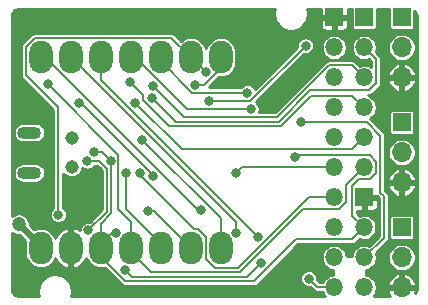
<source format=gbr>
%TF.GenerationSoftware,KiCad,Pcbnew,(5.1.10)-1*%
%TF.CreationDate,2021-10-05T19:45:30+09:00*%
%TF.ProjectId,mr8-iso-mux-sbus-4ws,6d72382d-6973-46f2-9d6d-75782d736275,1*%
%TF.SameCoordinates,Original*%
%TF.FileFunction,Copper,L2,Bot*%
%TF.FilePolarity,Positive*%
%FSLAX46Y46*%
G04 Gerber Fmt 4.6, Leading zero omitted, Abs format (unit mm)*
G04 Created by KiCad (PCBNEW (5.1.10)-1) date 2021-10-05 19:45:30*
%MOMM*%
%LPD*%
G01*
G04 APERTURE LIST*
%TA.AperFunction,SMDPad,CuDef*%
%ADD10O,1.998980X2.748280*%
%TD*%
%TA.AperFunction,SMDPad,CuDef*%
%ADD11O,2.032000X1.016000*%
%TD*%
%TA.AperFunction,SMDPad,CuDef*%
%ADD12C,1.143000*%
%TD*%
%TA.AperFunction,ComponentPad*%
%ADD13R,1.500000X1.500000*%
%TD*%
%TA.AperFunction,ComponentPad*%
%ADD14O,1.700000X1.700000*%
%TD*%
%TA.AperFunction,ComponentPad*%
%ADD15O,1.500000X1.500000*%
%TD*%
%TA.AperFunction,ViaPad*%
%ADD16C,1.200000*%
%TD*%
%TA.AperFunction,ViaPad*%
%ADD17C,1.000000*%
%TD*%
%TA.AperFunction,ViaPad*%
%ADD18C,0.800000*%
%TD*%
%TA.AperFunction,Conductor*%
%ADD19C,0.600000*%
%TD*%
%TA.AperFunction,Conductor*%
%ADD20C,0.200000*%
%TD*%
%TA.AperFunction,Conductor*%
%ADD21C,0.254000*%
%TD*%
%TA.AperFunction,Conductor*%
%ADD22C,0.100000*%
%TD*%
G04 APERTURE END LIST*
D10*
%TO.P,U5,14*%
%TO.N,+5V*%
X105961180Y-97007680D03*
%TO.P,U5,13*%
%TO.N,GND*%
X108501180Y-97007680D03*
%TO.P,U5,12*%
%TO.N,+3V3*%
X111041180Y-97007680D03*
%TO.P,U5,11*%
%TO.N,/PWM_STR_EXT*%
X113581180Y-97007680D03*
%TO.P,U5,10*%
%TO.N,/PWM_STR_EXT_INV*%
X116121180Y-97007680D03*
%TO.P,U5,9*%
%TO.N,/PWM_STR_INT_INV*%
X118661180Y-97007680D03*
%TO.P,U5,8*%
%TO.N,/COM_IN*%
X121201180Y-97007680D03*
%TO.P,U5,7*%
%TO.N,/S.BUS_OUT*%
X121201180Y-80843120D03*
%TO.P,U5,6*%
%TO.N,/CON_EXT*%
X118661180Y-80843120D03*
%TO.P,U5,5*%
%TO.N,/CON_LOST*%
X116121180Y-80843120D03*
%TO.P,U5,4*%
%TO.N,/PWM_D+H*%
X113581180Y-80843120D03*
%TO.P,U5,3*%
%TO.N,/PWM_C+G*%
X111041180Y-80843120D03*
%TO.P,U5,2*%
%TO.N,/PWM_B+F*%
X108501180Y-80843120D03*
%TO.P,U5,1*%
%TO.N,/PWM_A+E*%
X105961180Y-80843120D03*
D11*
%TO.P,U5,15*%
%TO.N,Net-(U5-Pad15)*%
X105007000Y-90631000D03*
%TO.P,U5,16*%
%TO.N,Net-(U5-Pad16)*%
X105007000Y-87212000D03*
D12*
%TO.P,U5,17*%
%TO.N,Net-(U5-Pad17)*%
X108576813Y-87708803D03*
%TO.P,U5,18*%
%TO.N,Net-(U5-Pad18)*%
X108576813Y-90121803D03*
%TD*%
D13*
%TO.P,J4,1*%
%TO.N,/PWM_STR_VEH_INV*%
X136525000Y-95250000D03*
D14*
%TO.P,J4,2*%
%TO.N,+V_VEH*%
X136525000Y-97790000D03*
%TO.P,J4,3*%
%TO.N,GND*%
X136525000Y-100330000D03*
%TD*%
%TO.P,J3,3*%
%TO.N,GND*%
X136525000Y-91440000D03*
%TO.P,J3,2*%
%TO.N,+V_VEH*%
X136525000Y-88900000D03*
D13*
%TO.P,J3,1*%
%TO.N,/PWM_STR_VEH*%
X136525000Y-86360000D03*
%TD*%
D14*
%TO.P,J2,3*%
%TO.N,GND*%
X136525000Y-82550000D03*
%TO.P,J2,2*%
%TO.N,+V_VEH*%
X136525000Y-80010000D03*
D13*
%TO.P,J2,1*%
%TO.N,/PWM_THR_VEH*%
X136525000Y-77470000D03*
%TD*%
D15*
%TO.P,J5,4*%
%TO.N,/CON_EXT*%
X133350000Y-100330000D03*
%TO.P,J5,3*%
%TO.N,/CON_LOST*%
X133350000Y-97790000D03*
%TO.P,J5,2*%
%TO.N,+3V3*%
X133350000Y-95250000D03*
D13*
%TO.P,J5,1*%
%TO.N,GND*%
X133350000Y-92710000D03*
%TD*%
D15*
%TO.P,J6,6*%
%TO.N,/PWM_STR_EXT*%
X133350000Y-90170000D03*
%TO.P,J6,5*%
%TO.N,/PWM_THR_EXT*%
X133350000Y-87630000D03*
%TO.P,J6,4*%
%TO.N,/COM_IN_EXT*%
X133350000Y-85090000D03*
%TO.P,J6,3*%
%TO.N,/S.BUS_OUT_EXT*%
X133350000Y-82550000D03*
%TO.P,J6,2*%
%TO.N,+V_EXT*%
X133350000Y-80010000D03*
D13*
%TO.P,J6,1*%
%TO.N,GND_EXT*%
X133350000Y-77470000D03*
%TD*%
D15*
%TO.P,J1,10*%
%TO.N,/PWM_A*%
X130810000Y-100330000D03*
%TO.P,J1,9*%
%TO.N,/PWM_B*%
X130810000Y-97790000D03*
%TO.P,J1,8*%
%TO.N,/PWM_C*%
X130810000Y-95250000D03*
%TO.P,J1,7*%
%TO.N,/PWM_D*%
X130810000Y-92710000D03*
%TO.P,J1,6*%
%TO.N,/PWM_E*%
X130810000Y-90170000D03*
%TO.P,J1,5*%
%TO.N,/PWM_F*%
X130810000Y-87630000D03*
%TO.P,J1,4*%
%TO.N,/PWM_G*%
X130810000Y-85090000D03*
%TO.P,J1,3*%
%TO.N,/PWM_H*%
X130810000Y-82550000D03*
%TO.P,J1,2*%
%TO.N,+V_VEH*%
X130810000Y-80010000D03*
D13*
%TO.P,J1,1*%
%TO.N,GND*%
X130810000Y-77470000D03*
%TD*%
D16*
%TO.N,+5V*%
X104101897Y-94983297D03*
D17*
%TO.N,GND*%
X110769204Y-90563888D03*
D18*
%TO.N,+3V3*%
X112301979Y-95741030D03*
X127482600Y-89319100D03*
X111874690Y-89630454D03*
X110502700Y-88900002D03*
%TO.N,/PWM_STR_EXT*%
X106565700Y-83134200D03*
%TO.N,/PWM_STR_EXT_INV*%
X113195100Y-90655021D03*
%TO.N,/PWM_STR_INT_INV*%
X115035804Y-93892437D03*
%TO.N,/CON_EXT*%
X119923709Y-82112258D03*
X107454700Y-94183200D03*
%TO.N,/PWM_D+H*%
X123774200Y-85242400D03*
%TO.N,/PWM_C+G*%
X124333000Y-96050100D03*
%TO.N,/PWM_B+F*%
X122491900Y-95756151D03*
%TO.N,/PWM_A+E*%
X119506984Y-93776800D03*
%TO.N,/PWM_E*%
X122466100Y-90678000D03*
%TO.N,/PWM_A*%
X128638300Y-99580700D03*
%TO.N,/PWM_D*%
X114325400Y-90678000D03*
%TO.N,/PWM_STR_VEH*%
X124650500Y-98247200D03*
X113095856Y-98864386D03*
%TO.N,/PWM_THR_VEH*%
X120167400Y-84582000D03*
X128384302Y-79870300D03*
%TO.N,/PWM_THR*%
X109974190Y-95495674D03*
X109890627Y-89639589D03*
%TO.N,/PWM_STR*%
X109232700Y-84734400D03*
X115430300Y-90932000D03*
%TO.N,/S.BUS_OUT*%
X119037100Y-83146900D03*
%TO.N,/COM_IN*%
X114568500Y-87843200D03*
%TO.N,/COM_IN_EXT*%
X113538000Y-82918302D03*
%TO.N,/S.BUS_OUT_EXT*%
X115468400Y-83299302D03*
%TO.N,+V_EXT*%
X115346200Y-84266200D03*
%TO.N,/PWM_THR_EXT*%
X113935796Y-84670896D03*
%TO.N,/CON_LOST*%
X123462400Y-83826600D03*
X128016000Y-86360000D03*
%TD*%
D19*
%TO.N,+5V*%
X105961180Y-97007680D02*
X105961180Y-96842580D01*
X105961180Y-96842580D02*
X104101897Y-94983297D01*
D20*
%TO.N,GND*%
X133350000Y-93776800D02*
X133350000Y-92710000D01*
X134360001Y-94786801D02*
X133350000Y-93776800D01*
X134360001Y-95734801D02*
X134360001Y-94786801D01*
X133371602Y-96723200D02*
X134360001Y-95734801D01*
X130378200Y-96723200D02*
X133371602Y-96723200D01*
X126917090Y-100184310D02*
X130378200Y-96723200D01*
X110090310Y-100184310D02*
X126917090Y-100184310D01*
X108501180Y-98595180D02*
X110090310Y-100184310D01*
X108501180Y-97007680D02*
X108501180Y-98595180D01*
X108501180Y-97007680D02*
X108501180Y-95460820D01*
X108023660Y-94983300D02*
X108501180Y-95460820D01*
X106476800Y-94983300D02*
X108023660Y-94983300D01*
X103684499Y-92190999D02*
X106476800Y-94983300D01*
X103684499Y-80454270D02*
X103684499Y-92190999D01*
X105309869Y-78828900D02*
X103684499Y-80454270D01*
X133663702Y-78828900D02*
X105309869Y-78828900D01*
X136525000Y-81690198D02*
X133663702Y-78828900D01*
X136525000Y-82550000D02*
X136525000Y-81690198D01*
X108501180Y-95460820D02*
X110769204Y-93192796D01*
X110769204Y-93192796D02*
X110769204Y-90563888D01*
%TO.N,+3V3*%
X112293249Y-95732300D02*
X112301979Y-95741030D01*
X112018270Y-95741030D02*
X112301979Y-95741030D01*
X111041180Y-96718120D02*
X112018270Y-95741030D01*
X111041180Y-97007680D02*
X111041180Y-96718120D01*
X132339999Y-96260001D02*
X133350000Y-95250000D01*
X127577499Y-96260001D02*
X132339999Y-96260001D01*
X124013200Y-99824300D02*
X127577499Y-96260001D01*
X113121200Y-99824300D02*
X124013200Y-99824300D01*
X111041180Y-97744280D02*
X113121200Y-99824300D01*
X111041180Y-97007680D02*
X111041180Y-97744280D01*
X133350000Y-95250000D02*
X132339999Y-94239999D01*
X133807702Y-89132900D02*
X127668800Y-89132900D01*
X132339999Y-94239999D02*
X132339999Y-91751999D01*
X133834801Y-91180001D02*
X134360001Y-90654801D01*
X134360001Y-90654801D02*
X134360001Y-89685199D01*
X132339999Y-91751999D02*
X132911997Y-91180001D01*
X132911997Y-91180001D02*
X133834801Y-91180001D01*
X134360001Y-89685199D02*
X133807702Y-89132900D01*
X127668800Y-89132900D02*
X127482600Y-89319100D01*
X111938190Y-94055810D02*
X111938190Y-89693954D01*
X111041180Y-97007680D02*
X111041180Y-94952820D01*
X111938190Y-89693954D02*
X111874690Y-89630454D01*
X111041180Y-94952820D02*
X111938190Y-94055810D01*
X111144238Y-88900002D02*
X110502700Y-88900002D01*
X111874690Y-89630454D02*
X111144238Y-88900002D01*
%TO.N,/PWM_STR_EXT*%
X113581200Y-97007700D02*
X113581200Y-96688400D01*
X113581200Y-97325200D02*
X113581200Y-96688400D01*
X115315900Y-99059900D02*
X113581200Y-97325200D01*
X122834500Y-99059900D02*
X115315900Y-99059900D01*
X128168400Y-93726000D02*
X122834500Y-99059900D01*
X131229100Y-93726000D02*
X128168400Y-93726000D01*
X131838700Y-91681300D02*
X131838700Y-93116400D01*
X131838700Y-93116400D02*
X131229100Y-93726000D01*
X133350000Y-90170000D02*
X131838700Y-91681300D01*
X112534700Y-93715200D02*
X112534700Y-89103200D01*
X113581200Y-96688400D02*
X113581200Y-94761700D01*
X113581200Y-94761700D02*
X112534700Y-93715200D01*
X112534700Y-89103200D02*
X106565700Y-83134200D01*
%TO.N,/PWM_STR_EXT_INV*%
X116121180Y-97007680D02*
X116121180Y-96219461D01*
X113195100Y-93706950D02*
X113195100Y-90655021D01*
X116121180Y-96633030D02*
X113195100Y-93706950D01*
X116121180Y-97007680D02*
X116121180Y-96633030D01*
%TO.N,/PWM_STR_INT_INV*%
X115545937Y-93892437D02*
X115035804Y-93892437D01*
X118661180Y-97007680D02*
X115545937Y-93892437D01*
%TO.N,/CON_EXT*%
X118661180Y-80843120D02*
X119923709Y-82105649D01*
X119923709Y-82105649D02*
X119923709Y-82112258D01*
X117015860Y-79197800D02*
X105450100Y-79197800D01*
X105450100Y-79197800D02*
X104701680Y-79946220D01*
X107454700Y-85090000D02*
X107454700Y-94183200D01*
X104701680Y-82336980D02*
X107454700Y-85090000D01*
X118661180Y-80843120D02*
X117015860Y-79197800D01*
X104701680Y-79946220D02*
X104701680Y-82336980D01*
%TO.N,/PWM_D+H*%
X118364000Y-85242400D02*
X123208515Y-85242400D01*
X123208515Y-85242400D02*
X123774200Y-85242400D01*
X113964720Y-80843120D02*
X118364000Y-85242400D01*
X113581180Y-80843120D02*
X113964720Y-80843120D01*
%TO.N,/PWM_C+G*%
X123933001Y-95650101D02*
X124333000Y-96050100D01*
X111041200Y-82758300D02*
X123933001Y-95650101D01*
X111041200Y-80843100D02*
X111041200Y-82758300D01*
%TO.N,/PWM_B+F*%
X108516420Y-80843120D02*
X108501180Y-80843120D01*
X122491900Y-94818600D02*
X108516420Y-80843120D01*
X122491900Y-95756151D02*
X122491900Y-94818600D01*
%TO.N,/PWM_A+E*%
X119278400Y-93776800D02*
X119506984Y-93776800D01*
X106344720Y-80843120D02*
X119278400Y-93776800D01*
X105961180Y-80843120D02*
X106344720Y-80843120D01*
%TO.N,/PWM_E*%
X122974100Y-90170000D02*
X122466100Y-90678000D01*
X130810000Y-90170000D02*
X122974100Y-90170000D01*
%TO.N,/PWM_A*%
X130810000Y-100330000D02*
X129387600Y-100330000D01*
X129387600Y-100330000D02*
X128638300Y-99580700D01*
%TO.N,/PWM_D*%
X119242700Y-95364300D02*
X118910100Y-95364300D01*
X119931200Y-96052800D02*
X119242700Y-95364300D01*
X119931200Y-97902500D02*
X119931200Y-96052800D01*
X122648800Y-98699500D02*
X120728200Y-98699500D01*
X114325400Y-90779600D02*
X114325400Y-90678000D01*
X118910100Y-95364300D02*
X114325400Y-90779600D01*
X128638300Y-92710000D02*
X122648800Y-98699500D01*
X120728200Y-98699500D02*
X119931200Y-97902500D01*
X130810000Y-92710000D02*
X128638300Y-92710000D01*
%TO.N,/PWM_STR_VEH*%
X124650500Y-98247200D02*
X123433800Y-99463900D01*
X123433800Y-99463900D02*
X113695370Y-99463900D01*
X113695370Y-99463900D02*
X113095856Y-98864386D01*
%TO.N,/PWM_THR_VEH*%
X123672602Y-84582000D02*
X128384302Y-79870300D01*
X120167400Y-84582000D02*
X123672602Y-84582000D01*
%TO.N,/PWM_THR*%
X110919723Y-89639589D02*
X109890627Y-89639589D01*
X111567502Y-90287368D02*
X110919723Y-89639589D01*
X111567502Y-93902362D02*
X111567502Y-90287368D01*
X109974190Y-95495674D02*
X111567502Y-93902362D01*
%TO.N,/PWM_STR*%
X115430300Y-90818796D02*
X115430300Y-90932000D01*
X109345904Y-84734400D02*
X115430300Y-90818796D01*
X109232700Y-84734400D02*
X109345904Y-84734400D01*
%TO.N,/S.BUS_OUT*%
X119824500Y-83146900D02*
X119037100Y-83146900D01*
X121201180Y-81770220D02*
X119824500Y-83146900D01*
X121201180Y-80843120D02*
X121201180Y-81770220D01*
%TO.N,/COM_IN*%
X114568500Y-87843200D02*
X121201200Y-94475900D01*
X121201200Y-94475900D02*
X121201200Y-97007700D01*
%TO.N,/COM_IN_EXT*%
X114636400Y-84016702D02*
X113538000Y-82918302D01*
X126265800Y-86652100D02*
X116789900Y-86652100D01*
X132339600Y-84079600D02*
X128838300Y-84079600D01*
X133350000Y-85090000D02*
X132339600Y-84079600D01*
X128838300Y-84079600D02*
X126265800Y-86652100D01*
X116789900Y-86652100D02*
X114636400Y-84498600D01*
X114636400Y-84498600D02*
X114636400Y-84016702D01*
%TO.N,/S.BUS_OUT_EXT*%
X130370000Y-81516800D02*
X125954722Y-85932078D01*
X133350000Y-82550000D02*
X132316800Y-81516800D01*
X125954722Y-85932078D02*
X118101176Y-85932078D01*
X132316800Y-81516800D02*
X130370000Y-81516800D01*
X118101176Y-85932078D02*
X115468400Y-83299302D01*
%TO.N,+V_EXT*%
X134099999Y-80759999D02*
X133350000Y-80010000D01*
X134367400Y-81027400D02*
X134099999Y-80759999D01*
X134367400Y-82999900D02*
X134367400Y-81027400D01*
X115346200Y-84266200D02*
X117372089Y-86292089D01*
X126103844Y-86292088D02*
X128753932Y-83642000D01*
X117372089Y-86292089D02*
X126103844Y-86292088D01*
X133725300Y-83642000D02*
X134367400Y-82999900D01*
X128753932Y-83642000D02*
X133725300Y-83642000D01*
%TO.N,/PWM_THR_EXT*%
X133350000Y-87630000D02*
X132334000Y-88646000D01*
X117910900Y-88646000D02*
X113935796Y-84670896D01*
X132334000Y-88646000D02*
X117910900Y-88646000D01*
%TO.N,/CON_LOST*%
X116121200Y-81196200D02*
X116121200Y-80843100D01*
X118751600Y-83826600D02*
X116121200Y-81196200D01*
X123462400Y-83826600D02*
X118751600Y-83826600D01*
X135001000Y-96139000D02*
X133350000Y-97790000D01*
X135001000Y-92583000D02*
X135001000Y-96139000D01*
X134720012Y-92302012D02*
X135001000Y-92583000D01*
X134720012Y-87505210D02*
X134720012Y-92302012D01*
X133574802Y-86360000D02*
X134720012Y-87505210D01*
X128016000Y-86360000D02*
X133574802Y-86360000D01*
%TD*%
D21*
%TO.N,GND*%
X125777838Y-76733759D02*
X125723000Y-77009453D01*
X125723000Y-77290547D01*
X125777838Y-77566241D01*
X125885409Y-77825938D01*
X126041576Y-78059660D01*
X126240340Y-78258424D01*
X126474062Y-78414591D01*
X126733759Y-78522162D01*
X127009453Y-78577000D01*
X127290547Y-78577000D01*
X127566241Y-78522162D01*
X127825938Y-78414591D01*
X128059660Y-78258424D01*
X128098084Y-78220000D01*
X129677157Y-78220000D01*
X129684513Y-78294689D01*
X129706299Y-78366508D01*
X129741678Y-78432696D01*
X129789289Y-78490711D01*
X129847304Y-78538322D01*
X129913492Y-78573701D01*
X129985311Y-78595487D01*
X130060000Y-78602843D01*
X130587750Y-78601000D01*
X130683000Y-78505750D01*
X130683000Y-77597000D01*
X130937000Y-77597000D01*
X130937000Y-78505750D01*
X131032250Y-78601000D01*
X131560000Y-78602843D01*
X131634689Y-78595487D01*
X131706508Y-78573701D01*
X131772696Y-78538322D01*
X131830711Y-78490711D01*
X131878322Y-78432696D01*
X131913701Y-78366508D01*
X131935487Y-78294689D01*
X131942843Y-78220000D01*
X131941000Y-77692250D01*
X131845750Y-77597000D01*
X130937000Y-77597000D01*
X130683000Y-77597000D01*
X129774250Y-77597000D01*
X129679000Y-77692250D01*
X129677157Y-78220000D01*
X128098084Y-78220000D01*
X128258424Y-78059660D01*
X128414591Y-77825938D01*
X128522162Y-77566241D01*
X128577000Y-77290547D01*
X128577000Y-77009453D01*
X128522162Y-76733759D01*
X128519362Y-76727000D01*
X129515369Y-76727000D01*
X129580996Y-76746908D01*
X129615648Y-76750321D01*
X129615650Y-76750321D01*
X129632708Y-76752001D01*
X129677269Y-76752001D01*
X129679000Y-77247750D01*
X129774250Y-77343000D01*
X130683000Y-77343000D01*
X130683000Y-77323000D01*
X130937000Y-77323000D01*
X130937000Y-77343000D01*
X131845750Y-77343000D01*
X131941000Y-77247750D01*
X131942731Y-76752000D01*
X132271418Y-76752000D01*
X132271418Y-78220000D01*
X132277732Y-78284103D01*
X132296430Y-78345743D01*
X132326794Y-78402550D01*
X132367657Y-78452343D01*
X132417450Y-78493206D01*
X132474257Y-78523570D01*
X132535897Y-78542268D01*
X132600000Y-78548582D01*
X134100000Y-78548582D01*
X134164103Y-78542268D01*
X134225743Y-78523570D01*
X134282550Y-78493206D01*
X134332343Y-78452343D01*
X134373206Y-78402550D01*
X134403570Y-78345743D01*
X134422268Y-78284103D01*
X134428582Y-78220000D01*
X134428582Y-76752000D01*
X135446418Y-76751999D01*
X135446418Y-78220000D01*
X135452732Y-78284103D01*
X135471430Y-78345743D01*
X135501794Y-78402550D01*
X135542657Y-78452343D01*
X135592450Y-78493206D01*
X135649257Y-78523570D01*
X135710897Y-78542268D01*
X135775000Y-78548582D01*
X137275000Y-78548582D01*
X137339103Y-78542268D01*
X137400743Y-78523570D01*
X137457550Y-78493206D01*
X137507343Y-78452343D01*
X137548206Y-78402550D01*
X137578570Y-78345743D01*
X137597268Y-78284103D01*
X137603582Y-78220000D01*
X137603582Y-76939901D01*
X137605412Y-76941394D01*
X137685816Y-77038586D01*
X137745811Y-77149545D01*
X137783110Y-77270039D01*
X137798000Y-77411699D01*
X137798001Y-100382775D01*
X137784003Y-100525537D01*
X137747545Y-100646290D01*
X137688324Y-100757668D01*
X137661189Y-100790939D01*
X137690134Y-100727288D01*
X137714489Y-100646980D01*
X137653627Y-100457000D01*
X136652000Y-100457000D01*
X136652000Y-100477000D01*
X136398000Y-100477000D01*
X136398000Y-100457000D01*
X135396373Y-100457000D01*
X135335511Y-100646980D01*
X135359866Y-100727288D01*
X135459761Y-100946961D01*
X135532374Y-101048000D01*
X134155107Y-101048000D01*
X134186560Y-101016547D01*
X134304425Y-100840151D01*
X134385611Y-100644149D01*
X134427000Y-100436075D01*
X134427000Y-100223925D01*
X134385611Y-100015851D01*
X134384439Y-100013020D01*
X135335511Y-100013020D01*
X135396373Y-100203000D01*
X136398000Y-100203000D01*
X136398000Y-99200813D01*
X136652000Y-99200813D01*
X136652000Y-100203000D01*
X137653627Y-100203000D01*
X137714489Y-100013020D01*
X137690134Y-99932712D01*
X137590239Y-99713039D01*
X137449408Y-99517076D01*
X137273052Y-99352353D01*
X137067949Y-99225201D01*
X136841981Y-99140505D01*
X136652000Y-99200813D01*
X136398000Y-99200813D01*
X136208019Y-99140505D01*
X135982051Y-99225201D01*
X135776948Y-99352353D01*
X135600592Y-99517076D01*
X135459761Y-99713039D01*
X135359866Y-99932712D01*
X135335511Y-100013020D01*
X134384439Y-100013020D01*
X134304425Y-99819849D01*
X134186560Y-99643453D01*
X134036547Y-99493440D01*
X133860151Y-99375575D01*
X133664149Y-99294389D01*
X133477000Y-99257162D01*
X133477000Y-98862838D01*
X133664149Y-98825611D01*
X133860151Y-98744425D01*
X134036547Y-98626560D01*
X134186560Y-98476547D01*
X134304425Y-98300151D01*
X134385611Y-98104149D01*
X134427000Y-97896075D01*
X134427000Y-97683925D01*
X134425041Y-97674076D01*
X135348000Y-97674076D01*
X135348000Y-97905924D01*
X135393231Y-98133318D01*
X135481956Y-98347519D01*
X135610764Y-98540294D01*
X135774706Y-98704236D01*
X135967481Y-98833044D01*
X136181682Y-98921769D01*
X136409076Y-98967000D01*
X136640924Y-98967000D01*
X136868318Y-98921769D01*
X137082519Y-98833044D01*
X137275294Y-98704236D01*
X137439236Y-98540294D01*
X137568044Y-98347519D01*
X137656769Y-98133318D01*
X137702000Y-97905924D01*
X137702000Y-97674076D01*
X137656769Y-97446682D01*
X137568044Y-97232481D01*
X137439236Y-97039706D01*
X137275294Y-96875764D01*
X137082519Y-96746956D01*
X136868318Y-96658231D01*
X136640924Y-96613000D01*
X136409076Y-96613000D01*
X136181682Y-96658231D01*
X135967481Y-96746956D01*
X135774706Y-96875764D01*
X135610764Y-97039706D01*
X135481956Y-97232481D01*
X135393231Y-97446682D01*
X135348000Y-97674076D01*
X134425041Y-97674076D01*
X134385611Y-97475851D01*
X134351169Y-97392700D01*
X135288105Y-96455764D01*
X135304395Y-96442395D01*
X135317764Y-96426105D01*
X135317768Y-96426101D01*
X135357756Y-96377377D01*
X135397405Y-96303197D01*
X135409854Y-96262158D01*
X135421822Y-96222707D01*
X135428000Y-96159978D01*
X135428000Y-96159967D01*
X135430065Y-96139000D01*
X135428000Y-96118033D01*
X135428000Y-94500000D01*
X135446418Y-94500000D01*
X135446418Y-96000000D01*
X135452732Y-96064103D01*
X135471430Y-96125743D01*
X135501794Y-96182550D01*
X135542657Y-96232343D01*
X135592450Y-96273206D01*
X135649257Y-96303570D01*
X135710897Y-96322268D01*
X135775000Y-96328582D01*
X137275000Y-96328582D01*
X137339103Y-96322268D01*
X137400743Y-96303570D01*
X137457550Y-96273206D01*
X137507343Y-96232343D01*
X137548206Y-96182550D01*
X137578570Y-96125743D01*
X137597268Y-96064103D01*
X137603582Y-96000000D01*
X137603582Y-94500000D01*
X137597268Y-94435897D01*
X137578570Y-94374257D01*
X137548206Y-94317450D01*
X137507343Y-94267657D01*
X137457550Y-94226794D01*
X137400743Y-94196430D01*
X137339103Y-94177732D01*
X137275000Y-94171418D01*
X135775000Y-94171418D01*
X135710897Y-94177732D01*
X135649257Y-94196430D01*
X135592450Y-94226794D01*
X135542657Y-94267657D01*
X135501794Y-94317450D01*
X135471430Y-94374257D01*
X135452732Y-94435897D01*
X135446418Y-94500000D01*
X135428000Y-94500000D01*
X135428000Y-92603966D01*
X135430065Y-92582999D01*
X135428000Y-92562032D01*
X135428000Y-92562022D01*
X135421822Y-92499293D01*
X135397405Y-92418804D01*
X135357756Y-92344625D01*
X135357755Y-92344623D01*
X135317768Y-92295900D01*
X135304395Y-92279605D01*
X135288101Y-92266233D01*
X135147012Y-92125144D01*
X135147012Y-91756980D01*
X135335511Y-91756980D01*
X135359866Y-91837288D01*
X135459761Y-92056961D01*
X135600592Y-92252924D01*
X135776948Y-92417647D01*
X135982051Y-92544799D01*
X136208019Y-92629495D01*
X136398000Y-92569187D01*
X136398000Y-91567000D01*
X136652000Y-91567000D01*
X136652000Y-92569187D01*
X136841981Y-92629495D01*
X137067949Y-92544799D01*
X137273052Y-92417647D01*
X137449408Y-92252924D01*
X137590239Y-92056961D01*
X137690134Y-91837288D01*
X137714489Y-91756980D01*
X137653627Y-91567000D01*
X136652000Y-91567000D01*
X136398000Y-91567000D01*
X135396373Y-91567000D01*
X135335511Y-91756980D01*
X135147012Y-91756980D01*
X135147012Y-91123020D01*
X135335511Y-91123020D01*
X135396373Y-91313000D01*
X136398000Y-91313000D01*
X136398000Y-90310813D01*
X136652000Y-90310813D01*
X136652000Y-91313000D01*
X137653627Y-91313000D01*
X137714489Y-91123020D01*
X137690134Y-91042712D01*
X137590239Y-90823039D01*
X137449408Y-90627076D01*
X137273052Y-90462353D01*
X137067949Y-90335201D01*
X136841981Y-90250505D01*
X136652000Y-90310813D01*
X136398000Y-90310813D01*
X136208019Y-90250505D01*
X135982051Y-90335201D01*
X135776948Y-90462353D01*
X135600592Y-90627076D01*
X135459761Y-90823039D01*
X135359866Y-91042712D01*
X135335511Y-91123020D01*
X135147012Y-91123020D01*
X135147012Y-88784076D01*
X135348000Y-88784076D01*
X135348000Y-89015924D01*
X135393231Y-89243318D01*
X135481956Y-89457519D01*
X135610764Y-89650294D01*
X135774706Y-89814236D01*
X135967481Y-89943044D01*
X136181682Y-90031769D01*
X136409076Y-90077000D01*
X136640924Y-90077000D01*
X136868318Y-90031769D01*
X137082519Y-89943044D01*
X137275294Y-89814236D01*
X137439236Y-89650294D01*
X137568044Y-89457519D01*
X137656769Y-89243318D01*
X137702000Y-89015924D01*
X137702000Y-88784076D01*
X137656769Y-88556682D01*
X137568044Y-88342481D01*
X137439236Y-88149706D01*
X137275294Y-87985764D01*
X137082519Y-87856956D01*
X136868318Y-87768231D01*
X136640924Y-87723000D01*
X136409076Y-87723000D01*
X136181682Y-87768231D01*
X135967481Y-87856956D01*
X135774706Y-87985764D01*
X135610764Y-88149706D01*
X135481956Y-88342481D01*
X135393231Y-88556682D01*
X135348000Y-88784076D01*
X135147012Y-88784076D01*
X135147012Y-87526177D01*
X135149077Y-87505210D01*
X135147012Y-87484243D01*
X135147012Y-87484232D01*
X135140834Y-87421503D01*
X135116820Y-87342343D01*
X135116417Y-87341013D01*
X135076768Y-87266834D01*
X135036780Y-87218109D01*
X135036776Y-87218105D01*
X135023407Y-87201815D01*
X135007118Y-87188447D01*
X133891570Y-86072900D01*
X133878197Y-86056605D01*
X133861917Y-86043245D01*
X134036547Y-85926560D01*
X134186560Y-85776547D01*
X134297844Y-85610000D01*
X135446418Y-85610000D01*
X135446418Y-87110000D01*
X135452732Y-87174103D01*
X135471430Y-87235743D01*
X135501794Y-87292550D01*
X135542657Y-87342343D01*
X135592450Y-87383206D01*
X135649257Y-87413570D01*
X135710897Y-87432268D01*
X135775000Y-87438582D01*
X137275000Y-87438582D01*
X137339103Y-87432268D01*
X137400743Y-87413570D01*
X137457550Y-87383206D01*
X137507343Y-87342343D01*
X137548206Y-87292550D01*
X137578570Y-87235743D01*
X137597268Y-87174103D01*
X137603582Y-87110000D01*
X137603582Y-85610000D01*
X137597268Y-85545897D01*
X137578570Y-85484257D01*
X137548206Y-85427450D01*
X137507343Y-85377657D01*
X137457550Y-85336794D01*
X137400743Y-85306430D01*
X137339103Y-85287732D01*
X137275000Y-85281418D01*
X135775000Y-85281418D01*
X135710897Y-85287732D01*
X135649257Y-85306430D01*
X135592450Y-85336794D01*
X135542657Y-85377657D01*
X135501794Y-85427450D01*
X135471430Y-85484257D01*
X135452732Y-85545897D01*
X135446418Y-85610000D01*
X134297844Y-85610000D01*
X134304425Y-85600151D01*
X134385611Y-85404149D01*
X134427000Y-85196075D01*
X134427000Y-84983925D01*
X134385611Y-84775851D01*
X134304425Y-84579849D01*
X134186560Y-84403453D01*
X134036547Y-84253440D01*
X133860151Y-84135575D01*
X133699423Y-84069000D01*
X133704333Y-84069000D01*
X133725300Y-84071065D01*
X133746267Y-84069000D01*
X133746278Y-84069000D01*
X133809007Y-84062822D01*
X133889496Y-84038405D01*
X133963676Y-83998755D01*
X134028695Y-83945395D01*
X134042068Y-83929100D01*
X134654506Y-83316663D01*
X134670795Y-83303295D01*
X134684164Y-83287005D01*
X134684168Y-83287001D01*
X134724156Y-83238276D01*
X134763805Y-83164097D01*
X134774895Y-83127538D01*
X134788222Y-83083607D01*
X134794400Y-83020878D01*
X134794400Y-83020867D01*
X134796465Y-82999900D01*
X134794400Y-82978933D01*
X134794400Y-82866980D01*
X135335511Y-82866980D01*
X135359866Y-82947288D01*
X135459761Y-83166961D01*
X135600592Y-83362924D01*
X135776948Y-83527647D01*
X135982051Y-83654799D01*
X136208019Y-83739495D01*
X136398000Y-83679187D01*
X136398000Y-82677000D01*
X136652000Y-82677000D01*
X136652000Y-83679187D01*
X136841981Y-83739495D01*
X137067949Y-83654799D01*
X137273052Y-83527647D01*
X137449408Y-83362924D01*
X137590239Y-83166961D01*
X137690134Y-82947288D01*
X137714489Y-82866980D01*
X137653627Y-82677000D01*
X136652000Y-82677000D01*
X136398000Y-82677000D01*
X135396373Y-82677000D01*
X135335511Y-82866980D01*
X134794400Y-82866980D01*
X134794400Y-82233020D01*
X135335511Y-82233020D01*
X135396373Y-82423000D01*
X136398000Y-82423000D01*
X136398000Y-81420813D01*
X136652000Y-81420813D01*
X136652000Y-82423000D01*
X137653627Y-82423000D01*
X137714489Y-82233020D01*
X137690134Y-82152712D01*
X137590239Y-81933039D01*
X137449408Y-81737076D01*
X137273052Y-81572353D01*
X137067949Y-81445201D01*
X136841981Y-81360505D01*
X136652000Y-81420813D01*
X136398000Y-81420813D01*
X136208019Y-81360505D01*
X135982051Y-81445201D01*
X135776948Y-81572353D01*
X135600592Y-81737076D01*
X135459761Y-81933039D01*
X135359866Y-82152712D01*
X135335511Y-82233020D01*
X134794400Y-82233020D01*
X134794400Y-81048366D01*
X134796465Y-81027399D01*
X134794400Y-81006432D01*
X134794400Y-81006422D01*
X134788222Y-80943693D01*
X134763805Y-80863204D01*
X134745348Y-80828673D01*
X134724155Y-80789023D01*
X134684168Y-80740300D01*
X134670795Y-80724005D01*
X134654500Y-80710632D01*
X134416772Y-80472904D01*
X134416767Y-80472898D01*
X134351169Y-80407300D01*
X134385611Y-80324149D01*
X134427000Y-80116075D01*
X134427000Y-79903925D01*
X134425041Y-79894076D01*
X135348000Y-79894076D01*
X135348000Y-80125924D01*
X135393231Y-80353318D01*
X135481956Y-80567519D01*
X135610764Y-80760294D01*
X135774706Y-80924236D01*
X135967481Y-81053044D01*
X136181682Y-81141769D01*
X136409076Y-81187000D01*
X136640924Y-81187000D01*
X136868318Y-81141769D01*
X137082519Y-81053044D01*
X137275294Y-80924236D01*
X137439236Y-80760294D01*
X137568044Y-80567519D01*
X137656769Y-80353318D01*
X137702000Y-80125924D01*
X137702000Y-79894076D01*
X137656769Y-79666682D01*
X137568044Y-79452481D01*
X137439236Y-79259706D01*
X137275294Y-79095764D01*
X137082519Y-78966956D01*
X136868318Y-78878231D01*
X136640924Y-78833000D01*
X136409076Y-78833000D01*
X136181682Y-78878231D01*
X135967481Y-78966956D01*
X135774706Y-79095764D01*
X135610764Y-79259706D01*
X135481956Y-79452481D01*
X135393231Y-79666682D01*
X135348000Y-79894076D01*
X134425041Y-79894076D01*
X134385611Y-79695851D01*
X134304425Y-79499849D01*
X134186560Y-79323453D01*
X134036547Y-79173440D01*
X133860151Y-79055575D01*
X133664149Y-78974389D01*
X133456075Y-78933000D01*
X133243925Y-78933000D01*
X133035851Y-78974389D01*
X132839849Y-79055575D01*
X132663453Y-79173440D01*
X132513440Y-79323453D01*
X132395575Y-79499849D01*
X132314389Y-79695851D01*
X132273000Y-79903925D01*
X132273000Y-80116075D01*
X132314389Y-80324149D01*
X132395575Y-80520151D01*
X132513440Y-80696547D01*
X132663453Y-80846560D01*
X132839849Y-80964425D01*
X133035851Y-81045611D01*
X133243925Y-81087000D01*
X133456075Y-81087000D01*
X133664149Y-81045611D01*
X133747300Y-81011169D01*
X133812898Y-81076767D01*
X133812904Y-81076772D01*
X133940401Y-81204269D01*
X133940401Y-81649197D01*
X133860151Y-81595575D01*
X133664149Y-81514389D01*
X133456075Y-81473000D01*
X133243925Y-81473000D01*
X133035851Y-81514389D01*
X132952700Y-81548831D01*
X132633568Y-81229700D01*
X132620195Y-81213405D01*
X132555176Y-81160045D01*
X132480996Y-81120395D01*
X132400507Y-81095978D01*
X132337778Y-81089800D01*
X132337767Y-81089800D01*
X132316800Y-81087735D01*
X132295833Y-81089800D01*
X130390966Y-81089800D01*
X130369999Y-81087735D01*
X130349032Y-81089800D01*
X130349022Y-81089800D01*
X130286293Y-81095978D01*
X130205804Y-81120395D01*
X130187423Y-81130220D01*
X130131623Y-81160045D01*
X130082899Y-81200032D01*
X130082895Y-81200036D01*
X130066605Y-81213405D01*
X130053236Y-81229695D01*
X125777854Y-85505078D01*
X124452294Y-85505078D01*
X124473262Y-85454458D01*
X124501200Y-85314003D01*
X124501200Y-85170797D01*
X124473262Y-85030342D01*
X124418459Y-84898036D01*
X124338898Y-84778964D01*
X124237636Y-84677702D01*
X124203546Y-84654924D01*
X128269720Y-80588751D01*
X128312699Y-80597300D01*
X128455905Y-80597300D01*
X128596360Y-80569362D01*
X128728666Y-80514559D01*
X128847738Y-80434998D01*
X128949000Y-80333736D01*
X129028561Y-80214664D01*
X129083364Y-80082358D01*
X129111302Y-79941903D01*
X129111302Y-79903925D01*
X129733000Y-79903925D01*
X129733000Y-80116075D01*
X129774389Y-80324149D01*
X129855575Y-80520151D01*
X129973440Y-80696547D01*
X130123453Y-80846560D01*
X130299849Y-80964425D01*
X130495851Y-81045611D01*
X130703925Y-81087000D01*
X130916075Y-81087000D01*
X131124149Y-81045611D01*
X131320151Y-80964425D01*
X131496547Y-80846560D01*
X131646560Y-80696547D01*
X131764425Y-80520151D01*
X131845611Y-80324149D01*
X131887000Y-80116075D01*
X131887000Y-79903925D01*
X131845611Y-79695851D01*
X131764425Y-79499849D01*
X131646560Y-79323453D01*
X131496547Y-79173440D01*
X131320151Y-79055575D01*
X131124149Y-78974389D01*
X130916075Y-78933000D01*
X130703925Y-78933000D01*
X130495851Y-78974389D01*
X130299849Y-79055575D01*
X130123453Y-79173440D01*
X129973440Y-79323453D01*
X129855575Y-79499849D01*
X129774389Y-79695851D01*
X129733000Y-79903925D01*
X129111302Y-79903925D01*
X129111302Y-79798697D01*
X129083364Y-79658242D01*
X129028561Y-79525936D01*
X128949000Y-79406864D01*
X128847738Y-79305602D01*
X128728666Y-79226041D01*
X128596360Y-79171238D01*
X128455905Y-79143300D01*
X128312699Y-79143300D01*
X128172244Y-79171238D01*
X128039938Y-79226041D01*
X127920866Y-79305602D01*
X127819604Y-79406864D01*
X127740043Y-79525936D01*
X127685240Y-79658242D01*
X127657302Y-79798697D01*
X127657302Y-79941903D01*
X127665851Y-79984882D01*
X124124771Y-83525963D01*
X124106659Y-83482236D01*
X124027098Y-83363164D01*
X123925836Y-83261902D01*
X123806764Y-83182341D01*
X123674458Y-83127538D01*
X123534003Y-83099600D01*
X123390797Y-83099600D01*
X123250342Y-83127538D01*
X123118036Y-83182341D01*
X122998964Y-83261902D01*
X122897702Y-83363164D01*
X122873356Y-83399600D01*
X120175668Y-83399600D01*
X121040424Y-82534845D01*
X121201180Y-82550678D01*
X121461216Y-82525067D01*
X121711261Y-82449216D01*
X121941703Y-82326042D01*
X122143688Y-82160278D01*
X122309452Y-81958294D01*
X122432626Y-81727852D01*
X122508477Y-81477807D01*
X122527670Y-81282934D01*
X122527670Y-80403307D01*
X122508477Y-80208434D01*
X122432626Y-79958388D01*
X122309452Y-79727946D01*
X122143688Y-79525962D01*
X121941704Y-79360198D01*
X121711262Y-79237024D01*
X121461217Y-79161173D01*
X121201180Y-79135562D01*
X120941144Y-79161173D01*
X120691099Y-79237024D01*
X120460657Y-79360198D01*
X120258673Y-79525962D01*
X120092908Y-79727946D01*
X119969734Y-79958388D01*
X119931180Y-80085483D01*
X119892626Y-79958388D01*
X119769452Y-79727946D01*
X119603688Y-79525962D01*
X119401704Y-79360198D01*
X119171262Y-79237024D01*
X118921217Y-79161173D01*
X118661180Y-79135562D01*
X118401144Y-79161173D01*
X118151099Y-79237024D01*
X117920657Y-79360198D01*
X117844570Y-79422641D01*
X117332628Y-78910700D01*
X117319255Y-78894405D01*
X117254236Y-78841045D01*
X117180056Y-78801395D01*
X117099567Y-78776978D01*
X117036838Y-78770800D01*
X117036827Y-78770800D01*
X117015860Y-78768735D01*
X116994893Y-78770800D01*
X105471067Y-78770800D01*
X105450100Y-78768735D01*
X105429133Y-78770800D01*
X105429122Y-78770800D01*
X105366393Y-78776978D01*
X105285904Y-78801395D01*
X105268638Y-78810624D01*
X105211723Y-78841044D01*
X105162999Y-78881032D01*
X105162995Y-78881036D01*
X105146705Y-78894405D01*
X105133336Y-78910695D01*
X104414580Y-79629452D01*
X104398285Y-79642825D01*
X104384913Y-79659119D01*
X104384912Y-79659120D01*
X104344925Y-79707844D01*
X104334181Y-79727946D01*
X104305275Y-79782025D01*
X104280858Y-79862514D01*
X104274680Y-79925243D01*
X104274680Y-79925253D01*
X104272615Y-79946220D01*
X104274680Y-79967187D01*
X104274681Y-82316003D01*
X104272615Y-82336980D01*
X104274681Y-82357957D01*
X104274681Y-82357958D01*
X104280859Y-82420687D01*
X104294694Y-82466293D01*
X104305276Y-82501176D01*
X104344925Y-82575356D01*
X104384912Y-82624080D01*
X104384917Y-82624085D01*
X104398286Y-82640375D01*
X104414575Y-82653744D01*
X107027700Y-85266870D01*
X107027701Y-93594156D01*
X106991264Y-93618502D01*
X106890002Y-93719764D01*
X106810441Y-93838836D01*
X106755638Y-93971142D01*
X106727700Y-94111597D01*
X106727700Y-94254803D01*
X106755638Y-94395258D01*
X106810441Y-94527564D01*
X106890002Y-94646636D01*
X106991264Y-94747898D01*
X107110336Y-94827459D01*
X107242642Y-94882262D01*
X107383097Y-94910200D01*
X107526303Y-94910200D01*
X107666758Y-94882262D01*
X107799064Y-94827459D01*
X107918136Y-94747898D01*
X108019398Y-94646636D01*
X108098959Y-94527564D01*
X108153762Y-94395258D01*
X108181700Y-94254803D01*
X108181700Y-94111597D01*
X108153762Y-93971142D01*
X108098959Y-93838836D01*
X108019398Y-93719764D01*
X107918136Y-93618502D01*
X107881700Y-93594156D01*
X107881700Y-90697360D01*
X108004053Y-90819713D01*
X108151214Y-90918043D01*
X108314730Y-90985774D01*
X108488319Y-91020303D01*
X108665307Y-91020303D01*
X108838896Y-90985774D01*
X109002412Y-90918043D01*
X109149573Y-90819713D01*
X109274723Y-90694563D01*
X109373053Y-90547402D01*
X109440784Y-90383886D01*
X109470723Y-90233374D01*
X109546263Y-90283848D01*
X109678569Y-90338651D01*
X109819024Y-90366589D01*
X109962230Y-90366589D01*
X110102685Y-90338651D01*
X110234991Y-90283848D01*
X110354063Y-90204287D01*
X110455325Y-90103025D01*
X110479671Y-90066589D01*
X110742855Y-90066589D01*
X111140503Y-90464238D01*
X111140502Y-93725493D01*
X110088773Y-94777223D01*
X110045793Y-94768674D01*
X109902587Y-94768674D01*
X109762132Y-94796612D01*
X109629826Y-94851415D01*
X109510754Y-94930976D01*
X109409492Y-95032238D01*
X109329931Y-95151310D01*
X109275128Y-95283616D01*
X109247190Y-95424071D01*
X109247190Y-95471988D01*
X109162542Y-95414637D01*
X108912137Y-95309023D01*
X108841657Y-95295185D01*
X108628180Y-95354080D01*
X108628180Y-96880680D01*
X108648180Y-96880680D01*
X108648180Y-97134680D01*
X108628180Y-97134680D01*
X108628180Y-98661280D01*
X108841657Y-98720175D01*
X108912137Y-98706337D01*
X109162542Y-98600723D01*
X109387531Y-98448287D01*
X109578458Y-98254886D01*
X109727986Y-98027953D01*
X109798359Y-97854915D01*
X109809734Y-97892411D01*
X109932908Y-98122853D01*
X110098672Y-98324838D01*
X110300656Y-98490602D01*
X110531098Y-98613776D01*
X110781143Y-98689627D01*
X111041180Y-98715238D01*
X111301216Y-98689627D01*
X111363703Y-98670672D01*
X112804436Y-100111405D01*
X112817805Y-100127695D01*
X112834095Y-100141064D01*
X112834098Y-100141067D01*
X112882823Y-100181055D01*
X112922256Y-100202132D01*
X112957004Y-100220705D01*
X113037493Y-100245122D01*
X113100222Y-100251300D01*
X113100242Y-100251300D01*
X113121199Y-100253364D01*
X113142156Y-100251300D01*
X123992233Y-100251300D01*
X124013200Y-100253365D01*
X124034167Y-100251300D01*
X124034178Y-100251300D01*
X124096907Y-100245122D01*
X124177396Y-100220705D01*
X124251576Y-100181055D01*
X124316595Y-100127695D01*
X124329968Y-100111400D01*
X127754368Y-96687001D01*
X132319032Y-96687001D01*
X132339999Y-96689066D01*
X132360966Y-96687001D01*
X132360977Y-96687001D01*
X132423706Y-96680823D01*
X132504195Y-96656406D01*
X132578375Y-96616756D01*
X132643394Y-96563396D01*
X132656767Y-96547101D01*
X132952700Y-96251169D01*
X133035851Y-96285611D01*
X133243925Y-96327000D01*
X133456075Y-96327000D01*
X133664149Y-96285611D01*
X133860151Y-96204425D01*
X134036547Y-96086560D01*
X134186560Y-95936547D01*
X134304425Y-95760151D01*
X134385611Y-95564149D01*
X134427000Y-95356075D01*
X134427000Y-95143925D01*
X134385611Y-94935851D01*
X134304425Y-94739849D01*
X134186560Y-94563453D01*
X134036547Y-94413440D01*
X133860151Y-94295575D01*
X133664149Y-94214389D01*
X133456075Y-94173000D01*
X133243925Y-94173000D01*
X133035851Y-94214389D01*
X132952700Y-94248831D01*
X132766999Y-94063131D01*
X132766999Y-93842260D01*
X133127750Y-93841000D01*
X133223000Y-93745750D01*
X133223000Y-92837000D01*
X133477000Y-92837000D01*
X133477000Y-93745750D01*
X133572250Y-93841000D01*
X134100000Y-93842843D01*
X134174689Y-93835487D01*
X134246508Y-93813701D01*
X134312696Y-93778322D01*
X134370711Y-93730711D01*
X134418322Y-93672696D01*
X134453701Y-93606508D01*
X134475487Y-93534689D01*
X134482843Y-93460000D01*
X134481000Y-92932250D01*
X134385750Y-92837000D01*
X133477000Y-92837000D01*
X133223000Y-92837000D01*
X133203000Y-92837000D01*
X133203000Y-92583000D01*
X133223000Y-92583000D01*
X133223000Y-92563000D01*
X133477000Y-92563000D01*
X133477000Y-92583000D01*
X134385750Y-92583000D01*
X134392603Y-92576147D01*
X134403244Y-92589112D01*
X134403249Y-92589117D01*
X134416618Y-92605407D01*
X134432908Y-92618776D01*
X134574000Y-92759868D01*
X134574001Y-95962130D01*
X133747300Y-96788831D01*
X133664149Y-96754389D01*
X133456075Y-96713000D01*
X133243925Y-96713000D01*
X133035851Y-96754389D01*
X132839849Y-96835575D01*
X132663453Y-96953440D01*
X132513440Y-97103453D01*
X132395575Y-97279849D01*
X132314389Y-97475851D01*
X132277162Y-97663000D01*
X131882838Y-97663000D01*
X131845611Y-97475851D01*
X131764425Y-97279849D01*
X131646560Y-97103453D01*
X131496547Y-96953440D01*
X131320151Y-96835575D01*
X131124149Y-96754389D01*
X130916075Y-96713000D01*
X130703925Y-96713000D01*
X130495851Y-96754389D01*
X130299849Y-96835575D01*
X130123453Y-96953440D01*
X129973440Y-97103453D01*
X129855575Y-97279849D01*
X129774389Y-97475851D01*
X129733000Y-97683925D01*
X129733000Y-97896075D01*
X129774389Y-98104149D01*
X129855575Y-98300151D01*
X129973440Y-98476547D01*
X130123453Y-98626560D01*
X130299849Y-98744425D01*
X130495851Y-98825611D01*
X130683000Y-98862838D01*
X130683000Y-99257162D01*
X130495851Y-99294389D01*
X130299849Y-99375575D01*
X130123453Y-99493440D01*
X129973440Y-99643453D01*
X129855575Y-99819849D01*
X129821133Y-99903000D01*
X129564470Y-99903000D01*
X129356751Y-99695282D01*
X129365300Y-99652303D01*
X129365300Y-99509097D01*
X129337362Y-99368642D01*
X129282559Y-99236336D01*
X129202998Y-99117264D01*
X129101736Y-99016002D01*
X128982664Y-98936441D01*
X128850358Y-98881638D01*
X128709903Y-98853700D01*
X128566697Y-98853700D01*
X128426242Y-98881638D01*
X128293936Y-98936441D01*
X128174864Y-99016002D01*
X128073602Y-99117264D01*
X127994041Y-99236336D01*
X127939238Y-99368642D01*
X127911300Y-99509097D01*
X127911300Y-99652303D01*
X127939238Y-99792758D01*
X127994041Y-99925064D01*
X128073602Y-100044136D01*
X128174864Y-100145398D01*
X128293936Y-100224959D01*
X128426242Y-100279762D01*
X128566697Y-100307700D01*
X128709903Y-100307700D01*
X128752882Y-100299151D01*
X129070841Y-100617111D01*
X129084205Y-100633395D01*
X129100489Y-100646759D01*
X129100498Y-100646768D01*
X129149223Y-100686755D01*
X129183670Y-100705167D01*
X129223404Y-100726405D01*
X129303893Y-100750822D01*
X129366622Y-100757000D01*
X129366632Y-100757000D01*
X129387599Y-100759065D01*
X129408566Y-100757000D01*
X129821133Y-100757000D01*
X129855575Y-100840151D01*
X129973440Y-101016547D01*
X130004893Y-101048000D01*
X109632707Y-101048000D01*
X109580995Y-101053093D01*
X109515372Y-101073000D01*
X108519362Y-101073000D01*
X108522162Y-101066241D01*
X108577000Y-100790547D01*
X108577000Y-100509453D01*
X108522162Y-100233759D01*
X108414591Y-99974062D01*
X108258424Y-99740340D01*
X108059660Y-99541576D01*
X107825938Y-99385409D01*
X107566241Y-99277838D01*
X107290547Y-99223000D01*
X107009453Y-99223000D01*
X106733759Y-99277838D01*
X106474062Y-99385409D01*
X106240340Y-99541576D01*
X106041576Y-99740340D01*
X105885409Y-99974062D01*
X105777838Y-100233759D01*
X105723000Y-100509453D01*
X105723000Y-100790547D01*
X105777838Y-101066241D01*
X105780638Y-101073000D01*
X104784631Y-101073000D01*
X104719004Y-101053092D01*
X104684352Y-101049679D01*
X104684350Y-101049679D01*
X104667292Y-101047999D01*
X104167224Y-101048001D01*
X104024463Y-101034003D01*
X103903710Y-100997545D01*
X103792332Y-100938324D01*
X103694588Y-100858606D01*
X103614181Y-100761411D01*
X103554189Y-100650456D01*
X103516890Y-100529961D01*
X103502000Y-100388301D01*
X103502000Y-95694376D01*
X103510969Y-95703345D01*
X103662798Y-95804793D01*
X103831501Y-95874673D01*
X104010596Y-95910297D01*
X104142186Y-95910297D01*
X104649490Y-96417601D01*
X104634690Y-96567866D01*
X104634690Y-97447493D01*
X104653883Y-97642366D01*
X104729734Y-97892411D01*
X104852908Y-98122853D01*
X105018672Y-98324838D01*
X105220656Y-98490602D01*
X105451098Y-98613776D01*
X105701143Y-98689627D01*
X105961180Y-98715238D01*
X106221216Y-98689627D01*
X106471261Y-98613776D01*
X106701703Y-98490602D01*
X106903688Y-98324838D01*
X107069452Y-98122854D01*
X107192626Y-97892412D01*
X107204001Y-97854915D01*
X107274374Y-98027953D01*
X107423902Y-98254886D01*
X107614829Y-98448287D01*
X107839818Y-98600723D01*
X108090223Y-98706337D01*
X108160703Y-98720175D01*
X108374180Y-98661280D01*
X108374180Y-97134680D01*
X108354180Y-97134680D01*
X108354180Y-96880680D01*
X108374180Y-96880680D01*
X108374180Y-95354080D01*
X108160703Y-95295185D01*
X108090223Y-95309023D01*
X107839818Y-95414637D01*
X107614829Y-95567073D01*
X107423902Y-95760474D01*
X107274374Y-95987407D01*
X107204001Y-96160445D01*
X107192626Y-96122948D01*
X107069452Y-95892506D01*
X106903688Y-95690522D01*
X106701704Y-95524758D01*
X106471262Y-95401584D01*
X106221217Y-95325733D01*
X105961180Y-95300122D01*
X105701144Y-95325733D01*
X105451099Y-95401584D01*
X105422293Y-95416981D01*
X105028897Y-95023586D01*
X105028897Y-94891996D01*
X104993273Y-94712901D01*
X104923393Y-94544198D01*
X104821945Y-94392369D01*
X104692825Y-94263249D01*
X104540996Y-94161801D01*
X104372293Y-94091921D01*
X104193198Y-94056297D01*
X104010596Y-94056297D01*
X103831501Y-94091921D01*
X103662798Y-94161801D01*
X103510969Y-94263249D01*
X103502000Y-94272218D01*
X103502000Y-90631000D01*
X103659960Y-90631000D01*
X103676082Y-90794689D01*
X103723828Y-90952087D01*
X103801364Y-91097146D01*
X103905709Y-91224291D01*
X104032854Y-91328636D01*
X104177913Y-91406172D01*
X104335311Y-91453918D01*
X104457981Y-91466000D01*
X105556019Y-91466000D01*
X105678689Y-91453918D01*
X105836087Y-91406172D01*
X105981146Y-91328636D01*
X106108291Y-91224291D01*
X106212636Y-91097146D01*
X106290172Y-90952087D01*
X106337918Y-90794689D01*
X106354040Y-90631000D01*
X106337918Y-90467311D01*
X106290172Y-90309913D01*
X106212636Y-90164854D01*
X106108291Y-90037709D01*
X105981146Y-89933364D01*
X105836087Y-89855828D01*
X105678689Y-89808082D01*
X105556019Y-89796000D01*
X104457981Y-89796000D01*
X104335311Y-89808082D01*
X104177913Y-89855828D01*
X104032854Y-89933364D01*
X103905709Y-90037709D01*
X103801364Y-90164854D01*
X103723828Y-90309913D01*
X103676082Y-90467311D01*
X103659960Y-90631000D01*
X103502000Y-90631000D01*
X103502000Y-87212000D01*
X103659960Y-87212000D01*
X103676082Y-87375689D01*
X103723828Y-87533087D01*
X103801364Y-87678146D01*
X103905709Y-87805291D01*
X104032854Y-87909636D01*
X104177913Y-87987172D01*
X104335311Y-88034918D01*
X104457981Y-88047000D01*
X105556019Y-88047000D01*
X105678689Y-88034918D01*
X105836087Y-87987172D01*
X105981146Y-87909636D01*
X106108291Y-87805291D01*
X106212636Y-87678146D01*
X106290172Y-87533087D01*
X106337918Y-87375689D01*
X106354040Y-87212000D01*
X106337918Y-87048311D01*
X106290172Y-86890913D01*
X106212636Y-86745854D01*
X106108291Y-86618709D01*
X105981146Y-86514364D01*
X105836087Y-86436828D01*
X105678689Y-86389082D01*
X105556019Y-86377000D01*
X104457981Y-86377000D01*
X104335311Y-86389082D01*
X104177913Y-86436828D01*
X104032854Y-86514364D01*
X103905709Y-86618709D01*
X103801364Y-86745854D01*
X103723828Y-86890913D01*
X103676082Y-87048311D01*
X103659960Y-87212000D01*
X103502000Y-87212000D01*
X103502000Y-77417216D01*
X103515997Y-77274467D01*
X103552456Y-77153709D01*
X103611675Y-77042333D01*
X103691394Y-76944588D01*
X103788586Y-76864184D01*
X103899545Y-76804189D01*
X104020039Y-76766890D01*
X104161699Y-76752000D01*
X124667293Y-76752000D01*
X124719005Y-76746907D01*
X124784628Y-76727000D01*
X125780638Y-76727000D01*
X125777838Y-76733759D01*
%TA.AperFunction,Conductor*%
D22*
G36*
X125777838Y-76733759D02*
G01*
X125723000Y-77009453D01*
X125723000Y-77290547D01*
X125777838Y-77566241D01*
X125885409Y-77825938D01*
X126041576Y-78059660D01*
X126240340Y-78258424D01*
X126474062Y-78414591D01*
X126733759Y-78522162D01*
X127009453Y-78577000D01*
X127290547Y-78577000D01*
X127566241Y-78522162D01*
X127825938Y-78414591D01*
X128059660Y-78258424D01*
X128098084Y-78220000D01*
X129677157Y-78220000D01*
X129684513Y-78294689D01*
X129706299Y-78366508D01*
X129741678Y-78432696D01*
X129789289Y-78490711D01*
X129847304Y-78538322D01*
X129913492Y-78573701D01*
X129985311Y-78595487D01*
X130060000Y-78602843D01*
X130587750Y-78601000D01*
X130683000Y-78505750D01*
X130683000Y-77597000D01*
X130937000Y-77597000D01*
X130937000Y-78505750D01*
X131032250Y-78601000D01*
X131560000Y-78602843D01*
X131634689Y-78595487D01*
X131706508Y-78573701D01*
X131772696Y-78538322D01*
X131830711Y-78490711D01*
X131878322Y-78432696D01*
X131913701Y-78366508D01*
X131935487Y-78294689D01*
X131942843Y-78220000D01*
X131941000Y-77692250D01*
X131845750Y-77597000D01*
X130937000Y-77597000D01*
X130683000Y-77597000D01*
X129774250Y-77597000D01*
X129679000Y-77692250D01*
X129677157Y-78220000D01*
X128098084Y-78220000D01*
X128258424Y-78059660D01*
X128414591Y-77825938D01*
X128522162Y-77566241D01*
X128577000Y-77290547D01*
X128577000Y-77009453D01*
X128522162Y-76733759D01*
X128519362Y-76727000D01*
X129515369Y-76727000D01*
X129580996Y-76746908D01*
X129615648Y-76750321D01*
X129615650Y-76750321D01*
X129632708Y-76752001D01*
X129677269Y-76752001D01*
X129679000Y-77247750D01*
X129774250Y-77343000D01*
X130683000Y-77343000D01*
X130683000Y-77323000D01*
X130937000Y-77323000D01*
X130937000Y-77343000D01*
X131845750Y-77343000D01*
X131941000Y-77247750D01*
X131942731Y-76752000D01*
X132271418Y-76752000D01*
X132271418Y-78220000D01*
X132277732Y-78284103D01*
X132296430Y-78345743D01*
X132326794Y-78402550D01*
X132367657Y-78452343D01*
X132417450Y-78493206D01*
X132474257Y-78523570D01*
X132535897Y-78542268D01*
X132600000Y-78548582D01*
X134100000Y-78548582D01*
X134164103Y-78542268D01*
X134225743Y-78523570D01*
X134282550Y-78493206D01*
X134332343Y-78452343D01*
X134373206Y-78402550D01*
X134403570Y-78345743D01*
X134422268Y-78284103D01*
X134428582Y-78220000D01*
X134428582Y-76752000D01*
X135446418Y-76751999D01*
X135446418Y-78220000D01*
X135452732Y-78284103D01*
X135471430Y-78345743D01*
X135501794Y-78402550D01*
X135542657Y-78452343D01*
X135592450Y-78493206D01*
X135649257Y-78523570D01*
X135710897Y-78542268D01*
X135775000Y-78548582D01*
X137275000Y-78548582D01*
X137339103Y-78542268D01*
X137400743Y-78523570D01*
X137457550Y-78493206D01*
X137507343Y-78452343D01*
X137548206Y-78402550D01*
X137578570Y-78345743D01*
X137597268Y-78284103D01*
X137603582Y-78220000D01*
X137603582Y-76939901D01*
X137605412Y-76941394D01*
X137685816Y-77038586D01*
X137745811Y-77149545D01*
X137783110Y-77270039D01*
X137798000Y-77411699D01*
X137798001Y-100382775D01*
X137784003Y-100525537D01*
X137747545Y-100646290D01*
X137688324Y-100757668D01*
X137661189Y-100790939D01*
X137690134Y-100727288D01*
X137714489Y-100646980D01*
X137653627Y-100457000D01*
X136652000Y-100457000D01*
X136652000Y-100477000D01*
X136398000Y-100477000D01*
X136398000Y-100457000D01*
X135396373Y-100457000D01*
X135335511Y-100646980D01*
X135359866Y-100727288D01*
X135459761Y-100946961D01*
X135532374Y-101048000D01*
X134155107Y-101048000D01*
X134186560Y-101016547D01*
X134304425Y-100840151D01*
X134385611Y-100644149D01*
X134427000Y-100436075D01*
X134427000Y-100223925D01*
X134385611Y-100015851D01*
X134384439Y-100013020D01*
X135335511Y-100013020D01*
X135396373Y-100203000D01*
X136398000Y-100203000D01*
X136398000Y-99200813D01*
X136652000Y-99200813D01*
X136652000Y-100203000D01*
X137653627Y-100203000D01*
X137714489Y-100013020D01*
X137690134Y-99932712D01*
X137590239Y-99713039D01*
X137449408Y-99517076D01*
X137273052Y-99352353D01*
X137067949Y-99225201D01*
X136841981Y-99140505D01*
X136652000Y-99200813D01*
X136398000Y-99200813D01*
X136208019Y-99140505D01*
X135982051Y-99225201D01*
X135776948Y-99352353D01*
X135600592Y-99517076D01*
X135459761Y-99713039D01*
X135359866Y-99932712D01*
X135335511Y-100013020D01*
X134384439Y-100013020D01*
X134304425Y-99819849D01*
X134186560Y-99643453D01*
X134036547Y-99493440D01*
X133860151Y-99375575D01*
X133664149Y-99294389D01*
X133477000Y-99257162D01*
X133477000Y-98862838D01*
X133664149Y-98825611D01*
X133860151Y-98744425D01*
X134036547Y-98626560D01*
X134186560Y-98476547D01*
X134304425Y-98300151D01*
X134385611Y-98104149D01*
X134427000Y-97896075D01*
X134427000Y-97683925D01*
X134425041Y-97674076D01*
X135348000Y-97674076D01*
X135348000Y-97905924D01*
X135393231Y-98133318D01*
X135481956Y-98347519D01*
X135610764Y-98540294D01*
X135774706Y-98704236D01*
X135967481Y-98833044D01*
X136181682Y-98921769D01*
X136409076Y-98967000D01*
X136640924Y-98967000D01*
X136868318Y-98921769D01*
X137082519Y-98833044D01*
X137275294Y-98704236D01*
X137439236Y-98540294D01*
X137568044Y-98347519D01*
X137656769Y-98133318D01*
X137702000Y-97905924D01*
X137702000Y-97674076D01*
X137656769Y-97446682D01*
X137568044Y-97232481D01*
X137439236Y-97039706D01*
X137275294Y-96875764D01*
X137082519Y-96746956D01*
X136868318Y-96658231D01*
X136640924Y-96613000D01*
X136409076Y-96613000D01*
X136181682Y-96658231D01*
X135967481Y-96746956D01*
X135774706Y-96875764D01*
X135610764Y-97039706D01*
X135481956Y-97232481D01*
X135393231Y-97446682D01*
X135348000Y-97674076D01*
X134425041Y-97674076D01*
X134385611Y-97475851D01*
X134351169Y-97392700D01*
X135288105Y-96455764D01*
X135304395Y-96442395D01*
X135317764Y-96426105D01*
X135317768Y-96426101D01*
X135357756Y-96377377D01*
X135397405Y-96303197D01*
X135409854Y-96262158D01*
X135421822Y-96222707D01*
X135428000Y-96159978D01*
X135428000Y-96159967D01*
X135430065Y-96139000D01*
X135428000Y-96118033D01*
X135428000Y-94500000D01*
X135446418Y-94500000D01*
X135446418Y-96000000D01*
X135452732Y-96064103D01*
X135471430Y-96125743D01*
X135501794Y-96182550D01*
X135542657Y-96232343D01*
X135592450Y-96273206D01*
X135649257Y-96303570D01*
X135710897Y-96322268D01*
X135775000Y-96328582D01*
X137275000Y-96328582D01*
X137339103Y-96322268D01*
X137400743Y-96303570D01*
X137457550Y-96273206D01*
X137507343Y-96232343D01*
X137548206Y-96182550D01*
X137578570Y-96125743D01*
X137597268Y-96064103D01*
X137603582Y-96000000D01*
X137603582Y-94500000D01*
X137597268Y-94435897D01*
X137578570Y-94374257D01*
X137548206Y-94317450D01*
X137507343Y-94267657D01*
X137457550Y-94226794D01*
X137400743Y-94196430D01*
X137339103Y-94177732D01*
X137275000Y-94171418D01*
X135775000Y-94171418D01*
X135710897Y-94177732D01*
X135649257Y-94196430D01*
X135592450Y-94226794D01*
X135542657Y-94267657D01*
X135501794Y-94317450D01*
X135471430Y-94374257D01*
X135452732Y-94435897D01*
X135446418Y-94500000D01*
X135428000Y-94500000D01*
X135428000Y-92603966D01*
X135430065Y-92582999D01*
X135428000Y-92562032D01*
X135428000Y-92562022D01*
X135421822Y-92499293D01*
X135397405Y-92418804D01*
X135357756Y-92344625D01*
X135357755Y-92344623D01*
X135317768Y-92295900D01*
X135304395Y-92279605D01*
X135288101Y-92266233D01*
X135147012Y-92125144D01*
X135147012Y-91756980D01*
X135335511Y-91756980D01*
X135359866Y-91837288D01*
X135459761Y-92056961D01*
X135600592Y-92252924D01*
X135776948Y-92417647D01*
X135982051Y-92544799D01*
X136208019Y-92629495D01*
X136398000Y-92569187D01*
X136398000Y-91567000D01*
X136652000Y-91567000D01*
X136652000Y-92569187D01*
X136841981Y-92629495D01*
X137067949Y-92544799D01*
X137273052Y-92417647D01*
X137449408Y-92252924D01*
X137590239Y-92056961D01*
X137690134Y-91837288D01*
X137714489Y-91756980D01*
X137653627Y-91567000D01*
X136652000Y-91567000D01*
X136398000Y-91567000D01*
X135396373Y-91567000D01*
X135335511Y-91756980D01*
X135147012Y-91756980D01*
X135147012Y-91123020D01*
X135335511Y-91123020D01*
X135396373Y-91313000D01*
X136398000Y-91313000D01*
X136398000Y-90310813D01*
X136652000Y-90310813D01*
X136652000Y-91313000D01*
X137653627Y-91313000D01*
X137714489Y-91123020D01*
X137690134Y-91042712D01*
X137590239Y-90823039D01*
X137449408Y-90627076D01*
X137273052Y-90462353D01*
X137067949Y-90335201D01*
X136841981Y-90250505D01*
X136652000Y-90310813D01*
X136398000Y-90310813D01*
X136208019Y-90250505D01*
X135982051Y-90335201D01*
X135776948Y-90462353D01*
X135600592Y-90627076D01*
X135459761Y-90823039D01*
X135359866Y-91042712D01*
X135335511Y-91123020D01*
X135147012Y-91123020D01*
X135147012Y-88784076D01*
X135348000Y-88784076D01*
X135348000Y-89015924D01*
X135393231Y-89243318D01*
X135481956Y-89457519D01*
X135610764Y-89650294D01*
X135774706Y-89814236D01*
X135967481Y-89943044D01*
X136181682Y-90031769D01*
X136409076Y-90077000D01*
X136640924Y-90077000D01*
X136868318Y-90031769D01*
X137082519Y-89943044D01*
X137275294Y-89814236D01*
X137439236Y-89650294D01*
X137568044Y-89457519D01*
X137656769Y-89243318D01*
X137702000Y-89015924D01*
X137702000Y-88784076D01*
X137656769Y-88556682D01*
X137568044Y-88342481D01*
X137439236Y-88149706D01*
X137275294Y-87985764D01*
X137082519Y-87856956D01*
X136868318Y-87768231D01*
X136640924Y-87723000D01*
X136409076Y-87723000D01*
X136181682Y-87768231D01*
X135967481Y-87856956D01*
X135774706Y-87985764D01*
X135610764Y-88149706D01*
X135481956Y-88342481D01*
X135393231Y-88556682D01*
X135348000Y-88784076D01*
X135147012Y-88784076D01*
X135147012Y-87526177D01*
X135149077Y-87505210D01*
X135147012Y-87484243D01*
X135147012Y-87484232D01*
X135140834Y-87421503D01*
X135116820Y-87342343D01*
X135116417Y-87341013D01*
X135076768Y-87266834D01*
X135036780Y-87218109D01*
X135036776Y-87218105D01*
X135023407Y-87201815D01*
X135007118Y-87188447D01*
X133891570Y-86072900D01*
X133878197Y-86056605D01*
X133861917Y-86043245D01*
X134036547Y-85926560D01*
X134186560Y-85776547D01*
X134297844Y-85610000D01*
X135446418Y-85610000D01*
X135446418Y-87110000D01*
X135452732Y-87174103D01*
X135471430Y-87235743D01*
X135501794Y-87292550D01*
X135542657Y-87342343D01*
X135592450Y-87383206D01*
X135649257Y-87413570D01*
X135710897Y-87432268D01*
X135775000Y-87438582D01*
X137275000Y-87438582D01*
X137339103Y-87432268D01*
X137400743Y-87413570D01*
X137457550Y-87383206D01*
X137507343Y-87342343D01*
X137548206Y-87292550D01*
X137578570Y-87235743D01*
X137597268Y-87174103D01*
X137603582Y-87110000D01*
X137603582Y-85610000D01*
X137597268Y-85545897D01*
X137578570Y-85484257D01*
X137548206Y-85427450D01*
X137507343Y-85377657D01*
X137457550Y-85336794D01*
X137400743Y-85306430D01*
X137339103Y-85287732D01*
X137275000Y-85281418D01*
X135775000Y-85281418D01*
X135710897Y-85287732D01*
X135649257Y-85306430D01*
X135592450Y-85336794D01*
X135542657Y-85377657D01*
X135501794Y-85427450D01*
X135471430Y-85484257D01*
X135452732Y-85545897D01*
X135446418Y-85610000D01*
X134297844Y-85610000D01*
X134304425Y-85600151D01*
X134385611Y-85404149D01*
X134427000Y-85196075D01*
X134427000Y-84983925D01*
X134385611Y-84775851D01*
X134304425Y-84579849D01*
X134186560Y-84403453D01*
X134036547Y-84253440D01*
X133860151Y-84135575D01*
X133699423Y-84069000D01*
X133704333Y-84069000D01*
X133725300Y-84071065D01*
X133746267Y-84069000D01*
X133746278Y-84069000D01*
X133809007Y-84062822D01*
X133889496Y-84038405D01*
X133963676Y-83998755D01*
X134028695Y-83945395D01*
X134042068Y-83929100D01*
X134654506Y-83316663D01*
X134670795Y-83303295D01*
X134684164Y-83287005D01*
X134684168Y-83287001D01*
X134724156Y-83238276D01*
X134763805Y-83164097D01*
X134774895Y-83127538D01*
X134788222Y-83083607D01*
X134794400Y-83020878D01*
X134794400Y-83020867D01*
X134796465Y-82999900D01*
X134794400Y-82978933D01*
X134794400Y-82866980D01*
X135335511Y-82866980D01*
X135359866Y-82947288D01*
X135459761Y-83166961D01*
X135600592Y-83362924D01*
X135776948Y-83527647D01*
X135982051Y-83654799D01*
X136208019Y-83739495D01*
X136398000Y-83679187D01*
X136398000Y-82677000D01*
X136652000Y-82677000D01*
X136652000Y-83679187D01*
X136841981Y-83739495D01*
X137067949Y-83654799D01*
X137273052Y-83527647D01*
X137449408Y-83362924D01*
X137590239Y-83166961D01*
X137690134Y-82947288D01*
X137714489Y-82866980D01*
X137653627Y-82677000D01*
X136652000Y-82677000D01*
X136398000Y-82677000D01*
X135396373Y-82677000D01*
X135335511Y-82866980D01*
X134794400Y-82866980D01*
X134794400Y-82233020D01*
X135335511Y-82233020D01*
X135396373Y-82423000D01*
X136398000Y-82423000D01*
X136398000Y-81420813D01*
X136652000Y-81420813D01*
X136652000Y-82423000D01*
X137653627Y-82423000D01*
X137714489Y-82233020D01*
X137690134Y-82152712D01*
X137590239Y-81933039D01*
X137449408Y-81737076D01*
X137273052Y-81572353D01*
X137067949Y-81445201D01*
X136841981Y-81360505D01*
X136652000Y-81420813D01*
X136398000Y-81420813D01*
X136208019Y-81360505D01*
X135982051Y-81445201D01*
X135776948Y-81572353D01*
X135600592Y-81737076D01*
X135459761Y-81933039D01*
X135359866Y-82152712D01*
X135335511Y-82233020D01*
X134794400Y-82233020D01*
X134794400Y-81048366D01*
X134796465Y-81027399D01*
X134794400Y-81006432D01*
X134794400Y-81006422D01*
X134788222Y-80943693D01*
X134763805Y-80863204D01*
X134745348Y-80828673D01*
X134724155Y-80789023D01*
X134684168Y-80740300D01*
X134670795Y-80724005D01*
X134654500Y-80710632D01*
X134416772Y-80472904D01*
X134416767Y-80472898D01*
X134351169Y-80407300D01*
X134385611Y-80324149D01*
X134427000Y-80116075D01*
X134427000Y-79903925D01*
X134425041Y-79894076D01*
X135348000Y-79894076D01*
X135348000Y-80125924D01*
X135393231Y-80353318D01*
X135481956Y-80567519D01*
X135610764Y-80760294D01*
X135774706Y-80924236D01*
X135967481Y-81053044D01*
X136181682Y-81141769D01*
X136409076Y-81187000D01*
X136640924Y-81187000D01*
X136868318Y-81141769D01*
X137082519Y-81053044D01*
X137275294Y-80924236D01*
X137439236Y-80760294D01*
X137568044Y-80567519D01*
X137656769Y-80353318D01*
X137702000Y-80125924D01*
X137702000Y-79894076D01*
X137656769Y-79666682D01*
X137568044Y-79452481D01*
X137439236Y-79259706D01*
X137275294Y-79095764D01*
X137082519Y-78966956D01*
X136868318Y-78878231D01*
X136640924Y-78833000D01*
X136409076Y-78833000D01*
X136181682Y-78878231D01*
X135967481Y-78966956D01*
X135774706Y-79095764D01*
X135610764Y-79259706D01*
X135481956Y-79452481D01*
X135393231Y-79666682D01*
X135348000Y-79894076D01*
X134425041Y-79894076D01*
X134385611Y-79695851D01*
X134304425Y-79499849D01*
X134186560Y-79323453D01*
X134036547Y-79173440D01*
X133860151Y-79055575D01*
X133664149Y-78974389D01*
X133456075Y-78933000D01*
X133243925Y-78933000D01*
X133035851Y-78974389D01*
X132839849Y-79055575D01*
X132663453Y-79173440D01*
X132513440Y-79323453D01*
X132395575Y-79499849D01*
X132314389Y-79695851D01*
X132273000Y-79903925D01*
X132273000Y-80116075D01*
X132314389Y-80324149D01*
X132395575Y-80520151D01*
X132513440Y-80696547D01*
X132663453Y-80846560D01*
X132839849Y-80964425D01*
X133035851Y-81045611D01*
X133243925Y-81087000D01*
X133456075Y-81087000D01*
X133664149Y-81045611D01*
X133747300Y-81011169D01*
X133812898Y-81076767D01*
X133812904Y-81076772D01*
X133940401Y-81204269D01*
X133940401Y-81649197D01*
X133860151Y-81595575D01*
X133664149Y-81514389D01*
X133456075Y-81473000D01*
X133243925Y-81473000D01*
X133035851Y-81514389D01*
X132952700Y-81548831D01*
X132633568Y-81229700D01*
X132620195Y-81213405D01*
X132555176Y-81160045D01*
X132480996Y-81120395D01*
X132400507Y-81095978D01*
X132337778Y-81089800D01*
X132337767Y-81089800D01*
X132316800Y-81087735D01*
X132295833Y-81089800D01*
X130390966Y-81089800D01*
X130369999Y-81087735D01*
X130349032Y-81089800D01*
X130349022Y-81089800D01*
X130286293Y-81095978D01*
X130205804Y-81120395D01*
X130187423Y-81130220D01*
X130131623Y-81160045D01*
X130082899Y-81200032D01*
X130082895Y-81200036D01*
X130066605Y-81213405D01*
X130053236Y-81229695D01*
X125777854Y-85505078D01*
X124452294Y-85505078D01*
X124473262Y-85454458D01*
X124501200Y-85314003D01*
X124501200Y-85170797D01*
X124473262Y-85030342D01*
X124418459Y-84898036D01*
X124338898Y-84778964D01*
X124237636Y-84677702D01*
X124203546Y-84654924D01*
X128269720Y-80588751D01*
X128312699Y-80597300D01*
X128455905Y-80597300D01*
X128596360Y-80569362D01*
X128728666Y-80514559D01*
X128847738Y-80434998D01*
X128949000Y-80333736D01*
X129028561Y-80214664D01*
X129083364Y-80082358D01*
X129111302Y-79941903D01*
X129111302Y-79903925D01*
X129733000Y-79903925D01*
X129733000Y-80116075D01*
X129774389Y-80324149D01*
X129855575Y-80520151D01*
X129973440Y-80696547D01*
X130123453Y-80846560D01*
X130299849Y-80964425D01*
X130495851Y-81045611D01*
X130703925Y-81087000D01*
X130916075Y-81087000D01*
X131124149Y-81045611D01*
X131320151Y-80964425D01*
X131496547Y-80846560D01*
X131646560Y-80696547D01*
X131764425Y-80520151D01*
X131845611Y-80324149D01*
X131887000Y-80116075D01*
X131887000Y-79903925D01*
X131845611Y-79695851D01*
X131764425Y-79499849D01*
X131646560Y-79323453D01*
X131496547Y-79173440D01*
X131320151Y-79055575D01*
X131124149Y-78974389D01*
X130916075Y-78933000D01*
X130703925Y-78933000D01*
X130495851Y-78974389D01*
X130299849Y-79055575D01*
X130123453Y-79173440D01*
X129973440Y-79323453D01*
X129855575Y-79499849D01*
X129774389Y-79695851D01*
X129733000Y-79903925D01*
X129111302Y-79903925D01*
X129111302Y-79798697D01*
X129083364Y-79658242D01*
X129028561Y-79525936D01*
X128949000Y-79406864D01*
X128847738Y-79305602D01*
X128728666Y-79226041D01*
X128596360Y-79171238D01*
X128455905Y-79143300D01*
X128312699Y-79143300D01*
X128172244Y-79171238D01*
X128039938Y-79226041D01*
X127920866Y-79305602D01*
X127819604Y-79406864D01*
X127740043Y-79525936D01*
X127685240Y-79658242D01*
X127657302Y-79798697D01*
X127657302Y-79941903D01*
X127665851Y-79984882D01*
X124124771Y-83525963D01*
X124106659Y-83482236D01*
X124027098Y-83363164D01*
X123925836Y-83261902D01*
X123806764Y-83182341D01*
X123674458Y-83127538D01*
X123534003Y-83099600D01*
X123390797Y-83099600D01*
X123250342Y-83127538D01*
X123118036Y-83182341D01*
X122998964Y-83261902D01*
X122897702Y-83363164D01*
X122873356Y-83399600D01*
X120175668Y-83399600D01*
X121040424Y-82534845D01*
X121201180Y-82550678D01*
X121461216Y-82525067D01*
X121711261Y-82449216D01*
X121941703Y-82326042D01*
X122143688Y-82160278D01*
X122309452Y-81958294D01*
X122432626Y-81727852D01*
X122508477Y-81477807D01*
X122527670Y-81282934D01*
X122527670Y-80403307D01*
X122508477Y-80208434D01*
X122432626Y-79958388D01*
X122309452Y-79727946D01*
X122143688Y-79525962D01*
X121941704Y-79360198D01*
X121711262Y-79237024D01*
X121461217Y-79161173D01*
X121201180Y-79135562D01*
X120941144Y-79161173D01*
X120691099Y-79237024D01*
X120460657Y-79360198D01*
X120258673Y-79525962D01*
X120092908Y-79727946D01*
X119969734Y-79958388D01*
X119931180Y-80085483D01*
X119892626Y-79958388D01*
X119769452Y-79727946D01*
X119603688Y-79525962D01*
X119401704Y-79360198D01*
X119171262Y-79237024D01*
X118921217Y-79161173D01*
X118661180Y-79135562D01*
X118401144Y-79161173D01*
X118151099Y-79237024D01*
X117920657Y-79360198D01*
X117844570Y-79422641D01*
X117332628Y-78910700D01*
X117319255Y-78894405D01*
X117254236Y-78841045D01*
X117180056Y-78801395D01*
X117099567Y-78776978D01*
X117036838Y-78770800D01*
X117036827Y-78770800D01*
X117015860Y-78768735D01*
X116994893Y-78770800D01*
X105471067Y-78770800D01*
X105450100Y-78768735D01*
X105429133Y-78770800D01*
X105429122Y-78770800D01*
X105366393Y-78776978D01*
X105285904Y-78801395D01*
X105268638Y-78810624D01*
X105211723Y-78841044D01*
X105162999Y-78881032D01*
X105162995Y-78881036D01*
X105146705Y-78894405D01*
X105133336Y-78910695D01*
X104414580Y-79629452D01*
X104398285Y-79642825D01*
X104384913Y-79659119D01*
X104384912Y-79659120D01*
X104344925Y-79707844D01*
X104334181Y-79727946D01*
X104305275Y-79782025D01*
X104280858Y-79862514D01*
X104274680Y-79925243D01*
X104274680Y-79925253D01*
X104272615Y-79946220D01*
X104274680Y-79967187D01*
X104274681Y-82316003D01*
X104272615Y-82336980D01*
X104274681Y-82357957D01*
X104274681Y-82357958D01*
X104280859Y-82420687D01*
X104294694Y-82466293D01*
X104305276Y-82501176D01*
X104344925Y-82575356D01*
X104384912Y-82624080D01*
X104384917Y-82624085D01*
X104398286Y-82640375D01*
X104414575Y-82653744D01*
X107027700Y-85266870D01*
X107027701Y-93594156D01*
X106991264Y-93618502D01*
X106890002Y-93719764D01*
X106810441Y-93838836D01*
X106755638Y-93971142D01*
X106727700Y-94111597D01*
X106727700Y-94254803D01*
X106755638Y-94395258D01*
X106810441Y-94527564D01*
X106890002Y-94646636D01*
X106991264Y-94747898D01*
X107110336Y-94827459D01*
X107242642Y-94882262D01*
X107383097Y-94910200D01*
X107526303Y-94910200D01*
X107666758Y-94882262D01*
X107799064Y-94827459D01*
X107918136Y-94747898D01*
X108019398Y-94646636D01*
X108098959Y-94527564D01*
X108153762Y-94395258D01*
X108181700Y-94254803D01*
X108181700Y-94111597D01*
X108153762Y-93971142D01*
X108098959Y-93838836D01*
X108019398Y-93719764D01*
X107918136Y-93618502D01*
X107881700Y-93594156D01*
X107881700Y-90697360D01*
X108004053Y-90819713D01*
X108151214Y-90918043D01*
X108314730Y-90985774D01*
X108488319Y-91020303D01*
X108665307Y-91020303D01*
X108838896Y-90985774D01*
X109002412Y-90918043D01*
X109149573Y-90819713D01*
X109274723Y-90694563D01*
X109373053Y-90547402D01*
X109440784Y-90383886D01*
X109470723Y-90233374D01*
X109546263Y-90283848D01*
X109678569Y-90338651D01*
X109819024Y-90366589D01*
X109962230Y-90366589D01*
X110102685Y-90338651D01*
X110234991Y-90283848D01*
X110354063Y-90204287D01*
X110455325Y-90103025D01*
X110479671Y-90066589D01*
X110742855Y-90066589D01*
X111140503Y-90464238D01*
X111140502Y-93725493D01*
X110088773Y-94777223D01*
X110045793Y-94768674D01*
X109902587Y-94768674D01*
X109762132Y-94796612D01*
X109629826Y-94851415D01*
X109510754Y-94930976D01*
X109409492Y-95032238D01*
X109329931Y-95151310D01*
X109275128Y-95283616D01*
X109247190Y-95424071D01*
X109247190Y-95471988D01*
X109162542Y-95414637D01*
X108912137Y-95309023D01*
X108841657Y-95295185D01*
X108628180Y-95354080D01*
X108628180Y-96880680D01*
X108648180Y-96880680D01*
X108648180Y-97134680D01*
X108628180Y-97134680D01*
X108628180Y-98661280D01*
X108841657Y-98720175D01*
X108912137Y-98706337D01*
X109162542Y-98600723D01*
X109387531Y-98448287D01*
X109578458Y-98254886D01*
X109727986Y-98027953D01*
X109798359Y-97854915D01*
X109809734Y-97892411D01*
X109932908Y-98122853D01*
X110098672Y-98324838D01*
X110300656Y-98490602D01*
X110531098Y-98613776D01*
X110781143Y-98689627D01*
X111041180Y-98715238D01*
X111301216Y-98689627D01*
X111363703Y-98670672D01*
X112804436Y-100111405D01*
X112817805Y-100127695D01*
X112834095Y-100141064D01*
X112834098Y-100141067D01*
X112882823Y-100181055D01*
X112922256Y-100202132D01*
X112957004Y-100220705D01*
X113037493Y-100245122D01*
X113100222Y-100251300D01*
X113100242Y-100251300D01*
X113121199Y-100253364D01*
X113142156Y-100251300D01*
X123992233Y-100251300D01*
X124013200Y-100253365D01*
X124034167Y-100251300D01*
X124034178Y-100251300D01*
X124096907Y-100245122D01*
X124177396Y-100220705D01*
X124251576Y-100181055D01*
X124316595Y-100127695D01*
X124329968Y-100111400D01*
X127754368Y-96687001D01*
X132319032Y-96687001D01*
X132339999Y-96689066D01*
X132360966Y-96687001D01*
X132360977Y-96687001D01*
X132423706Y-96680823D01*
X132504195Y-96656406D01*
X132578375Y-96616756D01*
X132643394Y-96563396D01*
X132656767Y-96547101D01*
X132952700Y-96251169D01*
X133035851Y-96285611D01*
X133243925Y-96327000D01*
X133456075Y-96327000D01*
X133664149Y-96285611D01*
X133860151Y-96204425D01*
X134036547Y-96086560D01*
X134186560Y-95936547D01*
X134304425Y-95760151D01*
X134385611Y-95564149D01*
X134427000Y-95356075D01*
X134427000Y-95143925D01*
X134385611Y-94935851D01*
X134304425Y-94739849D01*
X134186560Y-94563453D01*
X134036547Y-94413440D01*
X133860151Y-94295575D01*
X133664149Y-94214389D01*
X133456075Y-94173000D01*
X133243925Y-94173000D01*
X133035851Y-94214389D01*
X132952700Y-94248831D01*
X132766999Y-94063131D01*
X132766999Y-93842260D01*
X133127750Y-93841000D01*
X133223000Y-93745750D01*
X133223000Y-92837000D01*
X133477000Y-92837000D01*
X133477000Y-93745750D01*
X133572250Y-93841000D01*
X134100000Y-93842843D01*
X134174689Y-93835487D01*
X134246508Y-93813701D01*
X134312696Y-93778322D01*
X134370711Y-93730711D01*
X134418322Y-93672696D01*
X134453701Y-93606508D01*
X134475487Y-93534689D01*
X134482843Y-93460000D01*
X134481000Y-92932250D01*
X134385750Y-92837000D01*
X133477000Y-92837000D01*
X133223000Y-92837000D01*
X133203000Y-92837000D01*
X133203000Y-92583000D01*
X133223000Y-92583000D01*
X133223000Y-92563000D01*
X133477000Y-92563000D01*
X133477000Y-92583000D01*
X134385750Y-92583000D01*
X134392603Y-92576147D01*
X134403244Y-92589112D01*
X134403249Y-92589117D01*
X134416618Y-92605407D01*
X134432908Y-92618776D01*
X134574000Y-92759868D01*
X134574001Y-95962130D01*
X133747300Y-96788831D01*
X133664149Y-96754389D01*
X133456075Y-96713000D01*
X133243925Y-96713000D01*
X133035851Y-96754389D01*
X132839849Y-96835575D01*
X132663453Y-96953440D01*
X132513440Y-97103453D01*
X132395575Y-97279849D01*
X132314389Y-97475851D01*
X132277162Y-97663000D01*
X131882838Y-97663000D01*
X131845611Y-97475851D01*
X131764425Y-97279849D01*
X131646560Y-97103453D01*
X131496547Y-96953440D01*
X131320151Y-96835575D01*
X131124149Y-96754389D01*
X130916075Y-96713000D01*
X130703925Y-96713000D01*
X130495851Y-96754389D01*
X130299849Y-96835575D01*
X130123453Y-96953440D01*
X129973440Y-97103453D01*
X129855575Y-97279849D01*
X129774389Y-97475851D01*
X129733000Y-97683925D01*
X129733000Y-97896075D01*
X129774389Y-98104149D01*
X129855575Y-98300151D01*
X129973440Y-98476547D01*
X130123453Y-98626560D01*
X130299849Y-98744425D01*
X130495851Y-98825611D01*
X130683000Y-98862838D01*
X130683000Y-99257162D01*
X130495851Y-99294389D01*
X130299849Y-99375575D01*
X130123453Y-99493440D01*
X129973440Y-99643453D01*
X129855575Y-99819849D01*
X129821133Y-99903000D01*
X129564470Y-99903000D01*
X129356751Y-99695282D01*
X129365300Y-99652303D01*
X129365300Y-99509097D01*
X129337362Y-99368642D01*
X129282559Y-99236336D01*
X129202998Y-99117264D01*
X129101736Y-99016002D01*
X128982664Y-98936441D01*
X128850358Y-98881638D01*
X128709903Y-98853700D01*
X128566697Y-98853700D01*
X128426242Y-98881638D01*
X128293936Y-98936441D01*
X128174864Y-99016002D01*
X128073602Y-99117264D01*
X127994041Y-99236336D01*
X127939238Y-99368642D01*
X127911300Y-99509097D01*
X127911300Y-99652303D01*
X127939238Y-99792758D01*
X127994041Y-99925064D01*
X128073602Y-100044136D01*
X128174864Y-100145398D01*
X128293936Y-100224959D01*
X128426242Y-100279762D01*
X128566697Y-100307700D01*
X128709903Y-100307700D01*
X128752882Y-100299151D01*
X129070841Y-100617111D01*
X129084205Y-100633395D01*
X129100489Y-100646759D01*
X129100498Y-100646768D01*
X129149223Y-100686755D01*
X129183670Y-100705167D01*
X129223404Y-100726405D01*
X129303893Y-100750822D01*
X129366622Y-100757000D01*
X129366632Y-100757000D01*
X129387599Y-100759065D01*
X129408566Y-100757000D01*
X129821133Y-100757000D01*
X129855575Y-100840151D01*
X129973440Y-101016547D01*
X130004893Y-101048000D01*
X109632707Y-101048000D01*
X109580995Y-101053093D01*
X109515372Y-101073000D01*
X108519362Y-101073000D01*
X108522162Y-101066241D01*
X108577000Y-100790547D01*
X108577000Y-100509453D01*
X108522162Y-100233759D01*
X108414591Y-99974062D01*
X108258424Y-99740340D01*
X108059660Y-99541576D01*
X107825938Y-99385409D01*
X107566241Y-99277838D01*
X107290547Y-99223000D01*
X107009453Y-99223000D01*
X106733759Y-99277838D01*
X106474062Y-99385409D01*
X106240340Y-99541576D01*
X106041576Y-99740340D01*
X105885409Y-99974062D01*
X105777838Y-100233759D01*
X105723000Y-100509453D01*
X105723000Y-100790547D01*
X105777838Y-101066241D01*
X105780638Y-101073000D01*
X104784631Y-101073000D01*
X104719004Y-101053092D01*
X104684352Y-101049679D01*
X104684350Y-101049679D01*
X104667292Y-101047999D01*
X104167224Y-101048001D01*
X104024463Y-101034003D01*
X103903710Y-100997545D01*
X103792332Y-100938324D01*
X103694588Y-100858606D01*
X103614181Y-100761411D01*
X103554189Y-100650456D01*
X103516890Y-100529961D01*
X103502000Y-100388301D01*
X103502000Y-95694376D01*
X103510969Y-95703345D01*
X103662798Y-95804793D01*
X103831501Y-95874673D01*
X104010596Y-95910297D01*
X104142186Y-95910297D01*
X104649490Y-96417601D01*
X104634690Y-96567866D01*
X104634690Y-97447493D01*
X104653883Y-97642366D01*
X104729734Y-97892411D01*
X104852908Y-98122853D01*
X105018672Y-98324838D01*
X105220656Y-98490602D01*
X105451098Y-98613776D01*
X105701143Y-98689627D01*
X105961180Y-98715238D01*
X106221216Y-98689627D01*
X106471261Y-98613776D01*
X106701703Y-98490602D01*
X106903688Y-98324838D01*
X107069452Y-98122854D01*
X107192626Y-97892412D01*
X107204001Y-97854915D01*
X107274374Y-98027953D01*
X107423902Y-98254886D01*
X107614829Y-98448287D01*
X107839818Y-98600723D01*
X108090223Y-98706337D01*
X108160703Y-98720175D01*
X108374180Y-98661280D01*
X108374180Y-97134680D01*
X108354180Y-97134680D01*
X108354180Y-96880680D01*
X108374180Y-96880680D01*
X108374180Y-95354080D01*
X108160703Y-95295185D01*
X108090223Y-95309023D01*
X107839818Y-95414637D01*
X107614829Y-95567073D01*
X107423902Y-95760474D01*
X107274374Y-95987407D01*
X107204001Y-96160445D01*
X107192626Y-96122948D01*
X107069452Y-95892506D01*
X106903688Y-95690522D01*
X106701704Y-95524758D01*
X106471262Y-95401584D01*
X106221217Y-95325733D01*
X105961180Y-95300122D01*
X105701144Y-95325733D01*
X105451099Y-95401584D01*
X105422293Y-95416981D01*
X105028897Y-95023586D01*
X105028897Y-94891996D01*
X104993273Y-94712901D01*
X104923393Y-94544198D01*
X104821945Y-94392369D01*
X104692825Y-94263249D01*
X104540996Y-94161801D01*
X104372293Y-94091921D01*
X104193198Y-94056297D01*
X104010596Y-94056297D01*
X103831501Y-94091921D01*
X103662798Y-94161801D01*
X103510969Y-94263249D01*
X103502000Y-94272218D01*
X103502000Y-90631000D01*
X103659960Y-90631000D01*
X103676082Y-90794689D01*
X103723828Y-90952087D01*
X103801364Y-91097146D01*
X103905709Y-91224291D01*
X104032854Y-91328636D01*
X104177913Y-91406172D01*
X104335311Y-91453918D01*
X104457981Y-91466000D01*
X105556019Y-91466000D01*
X105678689Y-91453918D01*
X105836087Y-91406172D01*
X105981146Y-91328636D01*
X106108291Y-91224291D01*
X106212636Y-91097146D01*
X106290172Y-90952087D01*
X106337918Y-90794689D01*
X106354040Y-90631000D01*
X106337918Y-90467311D01*
X106290172Y-90309913D01*
X106212636Y-90164854D01*
X106108291Y-90037709D01*
X105981146Y-89933364D01*
X105836087Y-89855828D01*
X105678689Y-89808082D01*
X105556019Y-89796000D01*
X104457981Y-89796000D01*
X104335311Y-89808082D01*
X104177913Y-89855828D01*
X104032854Y-89933364D01*
X103905709Y-90037709D01*
X103801364Y-90164854D01*
X103723828Y-90309913D01*
X103676082Y-90467311D01*
X103659960Y-90631000D01*
X103502000Y-90631000D01*
X103502000Y-87212000D01*
X103659960Y-87212000D01*
X103676082Y-87375689D01*
X103723828Y-87533087D01*
X103801364Y-87678146D01*
X103905709Y-87805291D01*
X104032854Y-87909636D01*
X104177913Y-87987172D01*
X104335311Y-88034918D01*
X104457981Y-88047000D01*
X105556019Y-88047000D01*
X105678689Y-88034918D01*
X105836087Y-87987172D01*
X105981146Y-87909636D01*
X106108291Y-87805291D01*
X106212636Y-87678146D01*
X106290172Y-87533087D01*
X106337918Y-87375689D01*
X106354040Y-87212000D01*
X106337918Y-87048311D01*
X106290172Y-86890913D01*
X106212636Y-86745854D01*
X106108291Y-86618709D01*
X105981146Y-86514364D01*
X105836087Y-86436828D01*
X105678689Y-86389082D01*
X105556019Y-86377000D01*
X104457981Y-86377000D01*
X104335311Y-86389082D01*
X104177913Y-86436828D01*
X104032854Y-86514364D01*
X103905709Y-86618709D01*
X103801364Y-86745854D01*
X103723828Y-86890913D01*
X103676082Y-87048311D01*
X103659960Y-87212000D01*
X103502000Y-87212000D01*
X103502000Y-77417216D01*
X103515997Y-77274467D01*
X103552456Y-77153709D01*
X103611675Y-77042333D01*
X103691394Y-76944588D01*
X103788586Y-76864184D01*
X103899545Y-76804189D01*
X104020039Y-76766890D01*
X104161699Y-76752000D01*
X124667293Y-76752000D01*
X124719005Y-76746907D01*
X124784628Y-76727000D01*
X125780638Y-76727000D01*
X125777838Y-76733759D01*
G37*
%TD.AperFunction*%
%TD*%
M02*

</source>
